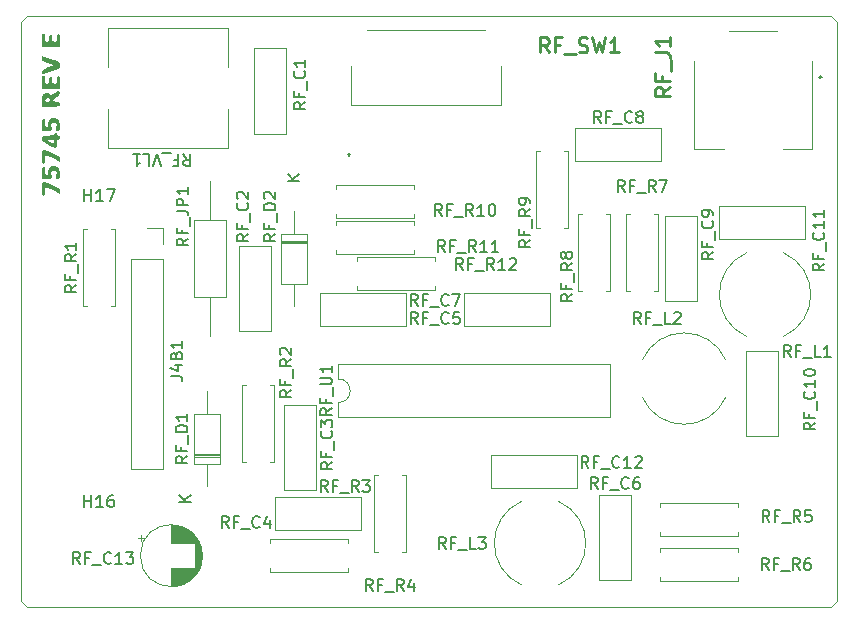
<source format=gbr>
%TF.GenerationSoftware,KiCad,Pcbnew,7.0.11-7.0.11~ubuntu22.04.1*%
%TF.CreationDate,2024-11-08T14:07:25-05:00*%
%TF.ProjectId,sub_rf_mod,7375625f-7266-45f6-9d6f-642e6b696361,rev?*%
%TF.SameCoordinates,Original*%
%TF.FileFunction,Legend,Top*%
%TF.FilePolarity,Positive*%
%FSLAX46Y46*%
G04 Gerber Fmt 4.6, Leading zero omitted, Abs format (unit mm)*
G04 Created by KiCad (PCBNEW 7.0.11-7.0.11~ubuntu22.04.1) date 2024-11-08 14:07:25*
%MOMM*%
%LPD*%
G01*
G04 APERTURE LIST*
%ADD10C,0.150000*%
%ADD11C,0.254000*%
%ADD12C,0.120000*%
%ADD13C,0.100000*%
%ADD14C,0.200000*%
%TA.AperFunction,Profile*%
%ADD15C,0.100000*%
%TD*%
G04 APERTURE END LIST*
D10*
X138630819Y-81740190D02*
X138154628Y-82073523D01*
X138630819Y-82311618D02*
X137630819Y-82311618D01*
X137630819Y-82311618D02*
X137630819Y-81930666D01*
X137630819Y-81930666D02*
X137678438Y-81835428D01*
X137678438Y-81835428D02*
X137726057Y-81787809D01*
X137726057Y-81787809D02*
X137821295Y-81740190D01*
X137821295Y-81740190D02*
X137964152Y-81740190D01*
X137964152Y-81740190D02*
X138059390Y-81787809D01*
X138059390Y-81787809D02*
X138107009Y-81835428D01*
X138107009Y-81835428D02*
X138154628Y-81930666D01*
X138154628Y-81930666D02*
X138154628Y-82311618D01*
X138107009Y-80978285D02*
X138107009Y-81311618D01*
X138630819Y-81311618D02*
X137630819Y-81311618D01*
X137630819Y-81311618D02*
X137630819Y-80835428D01*
X138726057Y-80692571D02*
X138726057Y-79930666D01*
X138630819Y-79692570D02*
X137630819Y-79692570D01*
X137630819Y-79692570D02*
X137630819Y-79454475D01*
X137630819Y-79454475D02*
X137678438Y-79311618D01*
X137678438Y-79311618D02*
X137773676Y-79216380D01*
X137773676Y-79216380D02*
X137868914Y-79168761D01*
X137868914Y-79168761D02*
X138059390Y-79121142D01*
X138059390Y-79121142D02*
X138202247Y-79121142D01*
X138202247Y-79121142D02*
X138392723Y-79168761D01*
X138392723Y-79168761D02*
X138487961Y-79216380D01*
X138487961Y-79216380D02*
X138583200Y-79311618D01*
X138583200Y-79311618D02*
X138630819Y-79454475D01*
X138630819Y-79454475D02*
X138630819Y-79692570D01*
X137726057Y-78740189D02*
X137678438Y-78692570D01*
X137678438Y-78692570D02*
X137630819Y-78597332D01*
X137630819Y-78597332D02*
X137630819Y-78359237D01*
X137630819Y-78359237D02*
X137678438Y-78263999D01*
X137678438Y-78263999D02*
X137726057Y-78216380D01*
X137726057Y-78216380D02*
X137821295Y-78168761D01*
X137821295Y-78168761D02*
X137916533Y-78168761D01*
X137916533Y-78168761D02*
X138059390Y-78216380D01*
X138059390Y-78216380D02*
X138630819Y-78787808D01*
X138630819Y-78787808D02*
X138630819Y-78168761D01*
X140662819Y-77223904D02*
X139662819Y-77223904D01*
X140662819Y-76652476D02*
X140091390Y-77081047D01*
X139662819Y-76652476D02*
X140234247Y-77223904D01*
X175714819Y-83264190D02*
X175238628Y-83597523D01*
X175714819Y-83835618D02*
X174714819Y-83835618D01*
X174714819Y-83835618D02*
X174714819Y-83454666D01*
X174714819Y-83454666D02*
X174762438Y-83359428D01*
X174762438Y-83359428D02*
X174810057Y-83311809D01*
X174810057Y-83311809D02*
X174905295Y-83264190D01*
X174905295Y-83264190D02*
X175048152Y-83264190D01*
X175048152Y-83264190D02*
X175143390Y-83311809D01*
X175143390Y-83311809D02*
X175191009Y-83359428D01*
X175191009Y-83359428D02*
X175238628Y-83454666D01*
X175238628Y-83454666D02*
X175238628Y-83835618D01*
X175191009Y-82502285D02*
X175191009Y-82835618D01*
X175714819Y-82835618D02*
X174714819Y-82835618D01*
X174714819Y-82835618D02*
X174714819Y-82359428D01*
X175810057Y-82216571D02*
X175810057Y-81454666D01*
X175619580Y-80645142D02*
X175667200Y-80692761D01*
X175667200Y-80692761D02*
X175714819Y-80835618D01*
X175714819Y-80835618D02*
X175714819Y-80930856D01*
X175714819Y-80930856D02*
X175667200Y-81073713D01*
X175667200Y-81073713D02*
X175571961Y-81168951D01*
X175571961Y-81168951D02*
X175476723Y-81216570D01*
X175476723Y-81216570D02*
X175286247Y-81264189D01*
X175286247Y-81264189D02*
X175143390Y-81264189D01*
X175143390Y-81264189D02*
X174952914Y-81216570D01*
X174952914Y-81216570D02*
X174857676Y-81168951D01*
X174857676Y-81168951D02*
X174762438Y-81073713D01*
X174762438Y-81073713D02*
X174714819Y-80930856D01*
X174714819Y-80930856D02*
X174714819Y-80835618D01*
X174714819Y-80835618D02*
X174762438Y-80692761D01*
X174762438Y-80692761D02*
X174810057Y-80645142D01*
X175714819Y-80168951D02*
X175714819Y-79978475D01*
X175714819Y-79978475D02*
X175667200Y-79883237D01*
X175667200Y-79883237D02*
X175619580Y-79835618D01*
X175619580Y-79835618D02*
X175476723Y-79740380D01*
X175476723Y-79740380D02*
X175286247Y-79692761D01*
X175286247Y-79692761D02*
X174905295Y-79692761D01*
X174905295Y-79692761D02*
X174810057Y-79740380D01*
X174810057Y-79740380D02*
X174762438Y-79787999D01*
X174762438Y-79787999D02*
X174714819Y-79883237D01*
X174714819Y-79883237D02*
X174714819Y-80073713D01*
X174714819Y-80073713D02*
X174762438Y-80168951D01*
X174762438Y-80168951D02*
X174810057Y-80216570D01*
X174810057Y-80216570D02*
X174905295Y-80264189D01*
X174905295Y-80264189D02*
X175143390Y-80264189D01*
X175143390Y-80264189D02*
X175238628Y-80216570D01*
X175238628Y-80216570D02*
X175286247Y-80168951D01*
X175286247Y-80168951D02*
X175333866Y-80073713D01*
X175333866Y-80073713D02*
X175333866Y-79883237D01*
X175333866Y-79883237D02*
X175286247Y-79787999D01*
X175286247Y-79787999D02*
X175238628Y-79740380D01*
X175238628Y-79740380D02*
X175143390Y-79692761D01*
X122089394Y-109674819D02*
X121756061Y-109198628D01*
X121517966Y-109674819D02*
X121517966Y-108674819D01*
X121517966Y-108674819D02*
X121898918Y-108674819D01*
X121898918Y-108674819D02*
X121994156Y-108722438D01*
X121994156Y-108722438D02*
X122041775Y-108770057D01*
X122041775Y-108770057D02*
X122089394Y-108865295D01*
X122089394Y-108865295D02*
X122089394Y-109008152D01*
X122089394Y-109008152D02*
X122041775Y-109103390D01*
X122041775Y-109103390D02*
X121994156Y-109151009D01*
X121994156Y-109151009D02*
X121898918Y-109198628D01*
X121898918Y-109198628D02*
X121517966Y-109198628D01*
X122851299Y-109151009D02*
X122517966Y-109151009D01*
X122517966Y-109674819D02*
X122517966Y-108674819D01*
X122517966Y-108674819D02*
X122994156Y-108674819D01*
X123137014Y-109770057D02*
X123898918Y-109770057D01*
X124708442Y-109579580D02*
X124660823Y-109627200D01*
X124660823Y-109627200D02*
X124517966Y-109674819D01*
X124517966Y-109674819D02*
X124422728Y-109674819D01*
X124422728Y-109674819D02*
X124279871Y-109627200D01*
X124279871Y-109627200D02*
X124184633Y-109531961D01*
X124184633Y-109531961D02*
X124137014Y-109436723D01*
X124137014Y-109436723D02*
X124089395Y-109246247D01*
X124089395Y-109246247D02*
X124089395Y-109103390D01*
X124089395Y-109103390D02*
X124137014Y-108912914D01*
X124137014Y-108912914D02*
X124184633Y-108817676D01*
X124184633Y-108817676D02*
X124279871Y-108722438D01*
X124279871Y-108722438D02*
X124422728Y-108674819D01*
X124422728Y-108674819D02*
X124517966Y-108674819D01*
X124517966Y-108674819D02*
X124660823Y-108722438D01*
X124660823Y-108722438D02*
X124708442Y-108770057D01*
X125660823Y-109674819D02*
X125089395Y-109674819D01*
X125375109Y-109674819D02*
X125375109Y-108674819D01*
X125375109Y-108674819D02*
X125279871Y-108817676D01*
X125279871Y-108817676D02*
X125184633Y-108912914D01*
X125184633Y-108912914D02*
X125089395Y-108960533D01*
X125994157Y-108674819D02*
X126613204Y-108674819D01*
X126613204Y-108674819D02*
X126279871Y-109055771D01*
X126279871Y-109055771D02*
X126422728Y-109055771D01*
X126422728Y-109055771D02*
X126517966Y-109103390D01*
X126517966Y-109103390D02*
X126565585Y-109151009D01*
X126565585Y-109151009D02*
X126613204Y-109246247D01*
X126613204Y-109246247D02*
X126613204Y-109484342D01*
X126613204Y-109484342D02*
X126565585Y-109579580D01*
X126565585Y-109579580D02*
X126517966Y-109627200D01*
X126517966Y-109627200D02*
X126422728Y-109674819D01*
X126422728Y-109674819D02*
X126137014Y-109674819D01*
X126137014Y-109674819D02*
X126041776Y-109627200D01*
X126041776Y-109627200D02*
X125994157Y-109579580D01*
X143456819Y-101044190D02*
X142980628Y-101377523D01*
X143456819Y-101615618D02*
X142456819Y-101615618D01*
X142456819Y-101615618D02*
X142456819Y-101234666D01*
X142456819Y-101234666D02*
X142504438Y-101139428D01*
X142504438Y-101139428D02*
X142552057Y-101091809D01*
X142552057Y-101091809D02*
X142647295Y-101044190D01*
X142647295Y-101044190D02*
X142790152Y-101044190D01*
X142790152Y-101044190D02*
X142885390Y-101091809D01*
X142885390Y-101091809D02*
X142933009Y-101139428D01*
X142933009Y-101139428D02*
X142980628Y-101234666D01*
X142980628Y-101234666D02*
X142980628Y-101615618D01*
X142933009Y-100282285D02*
X142933009Y-100615618D01*
X143456819Y-100615618D02*
X142456819Y-100615618D01*
X142456819Y-100615618D02*
X142456819Y-100139428D01*
X143552057Y-99996571D02*
X143552057Y-99234666D01*
X143361580Y-98425142D02*
X143409200Y-98472761D01*
X143409200Y-98472761D02*
X143456819Y-98615618D01*
X143456819Y-98615618D02*
X143456819Y-98710856D01*
X143456819Y-98710856D02*
X143409200Y-98853713D01*
X143409200Y-98853713D02*
X143313961Y-98948951D01*
X143313961Y-98948951D02*
X143218723Y-98996570D01*
X143218723Y-98996570D02*
X143028247Y-99044189D01*
X143028247Y-99044189D02*
X142885390Y-99044189D01*
X142885390Y-99044189D02*
X142694914Y-98996570D01*
X142694914Y-98996570D02*
X142599676Y-98948951D01*
X142599676Y-98948951D02*
X142504438Y-98853713D01*
X142504438Y-98853713D02*
X142456819Y-98710856D01*
X142456819Y-98710856D02*
X142456819Y-98615618D01*
X142456819Y-98615618D02*
X142504438Y-98472761D01*
X142504438Y-98472761D02*
X142552057Y-98425142D01*
X142456819Y-98091808D02*
X142456819Y-97472761D01*
X142456819Y-97472761D02*
X142837771Y-97806094D01*
X142837771Y-97806094D02*
X142837771Y-97663237D01*
X142837771Y-97663237D02*
X142885390Y-97567999D01*
X142885390Y-97567999D02*
X142933009Y-97520380D01*
X142933009Y-97520380D02*
X143028247Y-97472761D01*
X143028247Y-97472761D02*
X143266342Y-97472761D01*
X143266342Y-97472761D02*
X143361580Y-97520380D01*
X143361580Y-97520380D02*
X143409200Y-97567999D01*
X143409200Y-97567999D02*
X143456819Y-97663237D01*
X143456819Y-97663237D02*
X143456819Y-97948951D01*
X143456819Y-97948951D02*
X143409200Y-98044189D01*
X143409200Y-98044189D02*
X143361580Y-98091808D01*
X131264819Y-82121143D02*
X130788628Y-82454476D01*
X131264819Y-82692571D02*
X130264819Y-82692571D01*
X130264819Y-82692571D02*
X130264819Y-82311619D01*
X130264819Y-82311619D02*
X130312438Y-82216381D01*
X130312438Y-82216381D02*
X130360057Y-82168762D01*
X130360057Y-82168762D02*
X130455295Y-82121143D01*
X130455295Y-82121143D02*
X130598152Y-82121143D01*
X130598152Y-82121143D02*
X130693390Y-82168762D01*
X130693390Y-82168762D02*
X130741009Y-82216381D01*
X130741009Y-82216381D02*
X130788628Y-82311619D01*
X130788628Y-82311619D02*
X130788628Y-82692571D01*
X130741009Y-81359238D02*
X130741009Y-81692571D01*
X131264819Y-81692571D02*
X130264819Y-81692571D01*
X130264819Y-81692571D02*
X130264819Y-81216381D01*
X131360057Y-81073524D02*
X131360057Y-80311619D01*
X130264819Y-79787809D02*
X130979104Y-79787809D01*
X130979104Y-79787809D02*
X131121961Y-79835428D01*
X131121961Y-79835428D02*
X131217200Y-79930666D01*
X131217200Y-79930666D02*
X131264819Y-80073523D01*
X131264819Y-80073523D02*
X131264819Y-80168761D01*
X131264819Y-79311618D02*
X130264819Y-79311618D01*
X130264819Y-79311618D02*
X130264819Y-78930666D01*
X130264819Y-78930666D02*
X130312438Y-78835428D01*
X130312438Y-78835428D02*
X130360057Y-78787809D01*
X130360057Y-78787809D02*
X130455295Y-78740190D01*
X130455295Y-78740190D02*
X130598152Y-78740190D01*
X130598152Y-78740190D02*
X130693390Y-78787809D01*
X130693390Y-78787809D02*
X130741009Y-78835428D01*
X130741009Y-78835428D02*
X130788628Y-78930666D01*
X130788628Y-78930666D02*
X130788628Y-79311618D01*
X131264819Y-77787809D02*
X131264819Y-78359237D01*
X131264819Y-78073523D02*
X130264819Y-78073523D01*
X130264819Y-78073523D02*
X130407676Y-78168761D01*
X130407676Y-78168761D02*
X130502914Y-78263999D01*
X130502914Y-78263999D02*
X130550533Y-78359237D01*
X152733618Y-80210819D02*
X152400285Y-79734628D01*
X152162190Y-80210819D02*
X152162190Y-79210819D01*
X152162190Y-79210819D02*
X152543142Y-79210819D01*
X152543142Y-79210819D02*
X152638380Y-79258438D01*
X152638380Y-79258438D02*
X152685999Y-79306057D01*
X152685999Y-79306057D02*
X152733618Y-79401295D01*
X152733618Y-79401295D02*
X152733618Y-79544152D01*
X152733618Y-79544152D02*
X152685999Y-79639390D01*
X152685999Y-79639390D02*
X152638380Y-79687009D01*
X152638380Y-79687009D02*
X152543142Y-79734628D01*
X152543142Y-79734628D02*
X152162190Y-79734628D01*
X153495523Y-79687009D02*
X153162190Y-79687009D01*
X153162190Y-80210819D02*
X153162190Y-79210819D01*
X153162190Y-79210819D02*
X153638380Y-79210819D01*
X153781238Y-80306057D02*
X154543142Y-80306057D01*
X155352666Y-80210819D02*
X155019333Y-79734628D01*
X154781238Y-80210819D02*
X154781238Y-79210819D01*
X154781238Y-79210819D02*
X155162190Y-79210819D01*
X155162190Y-79210819D02*
X155257428Y-79258438D01*
X155257428Y-79258438D02*
X155305047Y-79306057D01*
X155305047Y-79306057D02*
X155352666Y-79401295D01*
X155352666Y-79401295D02*
X155352666Y-79544152D01*
X155352666Y-79544152D02*
X155305047Y-79639390D01*
X155305047Y-79639390D02*
X155257428Y-79687009D01*
X155257428Y-79687009D02*
X155162190Y-79734628D01*
X155162190Y-79734628D02*
X154781238Y-79734628D01*
X156305047Y-80210819D02*
X155733619Y-80210819D01*
X156019333Y-80210819D02*
X156019333Y-79210819D01*
X156019333Y-79210819D02*
X155924095Y-79353676D01*
X155924095Y-79353676D02*
X155828857Y-79448914D01*
X155828857Y-79448914D02*
X155733619Y-79496533D01*
X156924095Y-79210819D02*
X157019333Y-79210819D01*
X157019333Y-79210819D02*
X157114571Y-79258438D01*
X157114571Y-79258438D02*
X157162190Y-79306057D01*
X157162190Y-79306057D02*
X157209809Y-79401295D01*
X157209809Y-79401295D02*
X157257428Y-79591771D01*
X157257428Y-79591771D02*
X157257428Y-79829866D01*
X157257428Y-79829866D02*
X157209809Y-80020342D01*
X157209809Y-80020342D02*
X157162190Y-80115580D01*
X157162190Y-80115580D02*
X157114571Y-80163200D01*
X157114571Y-80163200D02*
X157019333Y-80210819D01*
X157019333Y-80210819D02*
X156924095Y-80210819D01*
X156924095Y-80210819D02*
X156828857Y-80163200D01*
X156828857Y-80163200D02*
X156781238Y-80115580D01*
X156781238Y-80115580D02*
X156733619Y-80020342D01*
X156733619Y-80020342D02*
X156686000Y-79829866D01*
X156686000Y-79829866D02*
X156686000Y-79591771D01*
X156686000Y-79591771D02*
X156733619Y-79401295D01*
X156733619Y-79401295D02*
X156781238Y-79306057D01*
X156781238Y-79306057D02*
X156828857Y-79258438D01*
X156828857Y-79258438D02*
X156924095Y-79210819D01*
X129756819Y-93765523D02*
X130471104Y-93765523D01*
X130471104Y-93765523D02*
X130613961Y-93813142D01*
X130613961Y-93813142D02*
X130709200Y-93908380D01*
X130709200Y-93908380D02*
X130756819Y-94051237D01*
X130756819Y-94051237D02*
X130756819Y-94146475D01*
X130090152Y-92860761D02*
X130756819Y-92860761D01*
X129709200Y-93098856D02*
X130423485Y-93336951D01*
X130423485Y-93336951D02*
X130423485Y-92717904D01*
X130233009Y-92003618D02*
X130280628Y-91860761D01*
X130280628Y-91860761D02*
X130328247Y-91813142D01*
X130328247Y-91813142D02*
X130423485Y-91765523D01*
X130423485Y-91765523D02*
X130566342Y-91765523D01*
X130566342Y-91765523D02*
X130661580Y-91813142D01*
X130661580Y-91813142D02*
X130709200Y-91860761D01*
X130709200Y-91860761D02*
X130756819Y-91955999D01*
X130756819Y-91955999D02*
X130756819Y-92336951D01*
X130756819Y-92336951D02*
X129756819Y-92336951D01*
X129756819Y-92336951D02*
X129756819Y-92003618D01*
X129756819Y-92003618D02*
X129804438Y-91908380D01*
X129804438Y-91908380D02*
X129852057Y-91860761D01*
X129852057Y-91860761D02*
X129947295Y-91813142D01*
X129947295Y-91813142D02*
X130042533Y-91813142D01*
X130042533Y-91813142D02*
X130137771Y-91860761D01*
X130137771Y-91860761D02*
X130185390Y-91908380D01*
X130185390Y-91908380D02*
X130233009Y-92003618D01*
X130233009Y-92003618D02*
X130233009Y-92336951D01*
X130756819Y-90813142D02*
X130756819Y-91384570D01*
X130756819Y-91098856D02*
X129756819Y-91098856D01*
X129756819Y-91098856D02*
X129899676Y-91194094D01*
X129899676Y-91194094D02*
X129994914Y-91289332D01*
X129994914Y-91289332D02*
X130042533Y-91384570D01*
X136344819Y-81740190D02*
X135868628Y-82073523D01*
X136344819Y-82311618D02*
X135344819Y-82311618D01*
X135344819Y-82311618D02*
X135344819Y-81930666D01*
X135344819Y-81930666D02*
X135392438Y-81835428D01*
X135392438Y-81835428D02*
X135440057Y-81787809D01*
X135440057Y-81787809D02*
X135535295Y-81740190D01*
X135535295Y-81740190D02*
X135678152Y-81740190D01*
X135678152Y-81740190D02*
X135773390Y-81787809D01*
X135773390Y-81787809D02*
X135821009Y-81835428D01*
X135821009Y-81835428D02*
X135868628Y-81930666D01*
X135868628Y-81930666D02*
X135868628Y-82311618D01*
X135821009Y-80978285D02*
X135821009Y-81311618D01*
X136344819Y-81311618D02*
X135344819Y-81311618D01*
X135344819Y-81311618D02*
X135344819Y-80835428D01*
X136440057Y-80692571D02*
X136440057Y-79930666D01*
X136249580Y-79121142D02*
X136297200Y-79168761D01*
X136297200Y-79168761D02*
X136344819Y-79311618D01*
X136344819Y-79311618D02*
X136344819Y-79406856D01*
X136344819Y-79406856D02*
X136297200Y-79549713D01*
X136297200Y-79549713D02*
X136201961Y-79644951D01*
X136201961Y-79644951D02*
X136106723Y-79692570D01*
X136106723Y-79692570D02*
X135916247Y-79740189D01*
X135916247Y-79740189D02*
X135773390Y-79740189D01*
X135773390Y-79740189D02*
X135582914Y-79692570D01*
X135582914Y-79692570D02*
X135487676Y-79644951D01*
X135487676Y-79644951D02*
X135392438Y-79549713D01*
X135392438Y-79549713D02*
X135344819Y-79406856D01*
X135344819Y-79406856D02*
X135344819Y-79311618D01*
X135344819Y-79311618D02*
X135392438Y-79168761D01*
X135392438Y-79168761D02*
X135440057Y-79121142D01*
X135440057Y-78740189D02*
X135392438Y-78692570D01*
X135392438Y-78692570D02*
X135344819Y-78597332D01*
X135344819Y-78597332D02*
X135344819Y-78359237D01*
X135344819Y-78359237D02*
X135392438Y-78263999D01*
X135392438Y-78263999D02*
X135440057Y-78216380D01*
X135440057Y-78216380D02*
X135535295Y-78168761D01*
X135535295Y-78168761D02*
X135630533Y-78168761D01*
X135630533Y-78168761D02*
X135773390Y-78216380D01*
X135773390Y-78216380D02*
X136344819Y-78787808D01*
X136344819Y-78787808D02*
X136344819Y-78168761D01*
X180387809Y-110182819D02*
X180054476Y-109706628D01*
X179816381Y-110182819D02*
X179816381Y-109182819D01*
X179816381Y-109182819D02*
X180197333Y-109182819D01*
X180197333Y-109182819D02*
X180292571Y-109230438D01*
X180292571Y-109230438D02*
X180340190Y-109278057D01*
X180340190Y-109278057D02*
X180387809Y-109373295D01*
X180387809Y-109373295D02*
X180387809Y-109516152D01*
X180387809Y-109516152D02*
X180340190Y-109611390D01*
X180340190Y-109611390D02*
X180292571Y-109659009D01*
X180292571Y-109659009D02*
X180197333Y-109706628D01*
X180197333Y-109706628D02*
X179816381Y-109706628D01*
X181149714Y-109659009D02*
X180816381Y-109659009D01*
X180816381Y-110182819D02*
X180816381Y-109182819D01*
X180816381Y-109182819D02*
X181292571Y-109182819D01*
X181435429Y-110278057D02*
X182197333Y-110278057D01*
X183006857Y-110182819D02*
X182673524Y-109706628D01*
X182435429Y-110182819D02*
X182435429Y-109182819D01*
X182435429Y-109182819D02*
X182816381Y-109182819D01*
X182816381Y-109182819D02*
X182911619Y-109230438D01*
X182911619Y-109230438D02*
X182959238Y-109278057D01*
X182959238Y-109278057D02*
X183006857Y-109373295D01*
X183006857Y-109373295D02*
X183006857Y-109516152D01*
X183006857Y-109516152D02*
X182959238Y-109611390D01*
X182959238Y-109611390D02*
X182911619Y-109659009D01*
X182911619Y-109659009D02*
X182816381Y-109706628D01*
X182816381Y-109706628D02*
X182435429Y-109706628D01*
X183864000Y-109182819D02*
X183673524Y-109182819D01*
X183673524Y-109182819D02*
X183578286Y-109230438D01*
X183578286Y-109230438D02*
X183530667Y-109278057D01*
X183530667Y-109278057D02*
X183435429Y-109420914D01*
X183435429Y-109420914D02*
X183387810Y-109611390D01*
X183387810Y-109611390D02*
X183387810Y-109992342D01*
X183387810Y-109992342D02*
X183435429Y-110087580D01*
X183435429Y-110087580D02*
X183483048Y-110135200D01*
X183483048Y-110135200D02*
X183578286Y-110182819D01*
X183578286Y-110182819D02*
X183768762Y-110182819D01*
X183768762Y-110182819D02*
X183864000Y-110135200D01*
X183864000Y-110135200D02*
X183911619Y-110087580D01*
X183911619Y-110087580D02*
X183959238Y-109992342D01*
X183959238Y-109992342D02*
X183959238Y-109754247D01*
X183959238Y-109754247D02*
X183911619Y-109659009D01*
X183911619Y-109659009D02*
X183864000Y-109611390D01*
X183864000Y-109611390D02*
X183768762Y-109563771D01*
X183768762Y-109563771D02*
X183578286Y-109563771D01*
X183578286Y-109563771D02*
X183483048Y-109611390D01*
X183483048Y-109611390D02*
X183435429Y-109659009D01*
X183435429Y-109659009D02*
X183387810Y-109754247D01*
X184350819Y-97710381D02*
X183874628Y-98043714D01*
X184350819Y-98281809D02*
X183350819Y-98281809D01*
X183350819Y-98281809D02*
X183350819Y-97900857D01*
X183350819Y-97900857D02*
X183398438Y-97805619D01*
X183398438Y-97805619D02*
X183446057Y-97758000D01*
X183446057Y-97758000D02*
X183541295Y-97710381D01*
X183541295Y-97710381D02*
X183684152Y-97710381D01*
X183684152Y-97710381D02*
X183779390Y-97758000D01*
X183779390Y-97758000D02*
X183827009Y-97805619D01*
X183827009Y-97805619D02*
X183874628Y-97900857D01*
X183874628Y-97900857D02*
X183874628Y-98281809D01*
X183827009Y-96948476D02*
X183827009Y-97281809D01*
X184350819Y-97281809D02*
X183350819Y-97281809D01*
X183350819Y-97281809D02*
X183350819Y-96805619D01*
X184446057Y-96662762D02*
X184446057Y-95900857D01*
X184255580Y-95091333D02*
X184303200Y-95138952D01*
X184303200Y-95138952D02*
X184350819Y-95281809D01*
X184350819Y-95281809D02*
X184350819Y-95377047D01*
X184350819Y-95377047D02*
X184303200Y-95519904D01*
X184303200Y-95519904D02*
X184207961Y-95615142D01*
X184207961Y-95615142D02*
X184112723Y-95662761D01*
X184112723Y-95662761D02*
X183922247Y-95710380D01*
X183922247Y-95710380D02*
X183779390Y-95710380D01*
X183779390Y-95710380D02*
X183588914Y-95662761D01*
X183588914Y-95662761D02*
X183493676Y-95615142D01*
X183493676Y-95615142D02*
X183398438Y-95519904D01*
X183398438Y-95519904D02*
X183350819Y-95377047D01*
X183350819Y-95377047D02*
X183350819Y-95281809D01*
X183350819Y-95281809D02*
X183398438Y-95138952D01*
X183398438Y-95138952D02*
X183446057Y-95091333D01*
X184350819Y-94138952D02*
X184350819Y-94710380D01*
X184350819Y-94424666D02*
X183350819Y-94424666D01*
X183350819Y-94424666D02*
X183493676Y-94519904D01*
X183493676Y-94519904D02*
X183588914Y-94615142D01*
X183588914Y-94615142D02*
X183636533Y-94710380D01*
X183350819Y-93519904D02*
X183350819Y-93424666D01*
X183350819Y-93424666D02*
X183398438Y-93329428D01*
X183398438Y-93329428D02*
X183446057Y-93281809D01*
X183446057Y-93281809D02*
X183541295Y-93234190D01*
X183541295Y-93234190D02*
X183731771Y-93186571D01*
X183731771Y-93186571D02*
X183969866Y-93186571D01*
X183969866Y-93186571D02*
X184160342Y-93234190D01*
X184160342Y-93234190D02*
X184255580Y-93281809D01*
X184255580Y-93281809D02*
X184303200Y-93329428D01*
X184303200Y-93329428D02*
X184350819Y-93424666D01*
X184350819Y-93424666D02*
X184350819Y-93519904D01*
X184350819Y-93519904D02*
X184303200Y-93615142D01*
X184303200Y-93615142D02*
X184255580Y-93662761D01*
X184255580Y-93662761D02*
X184160342Y-93710380D01*
X184160342Y-93710380D02*
X183969866Y-93757999D01*
X183969866Y-93757999D02*
X183731771Y-93757999D01*
X183731771Y-93757999D02*
X183541295Y-93710380D01*
X183541295Y-93710380D02*
X183446057Y-93662761D01*
X183446057Y-93662761D02*
X183398438Y-93615142D01*
X183398438Y-93615142D02*
X183350819Y-93519904D01*
X153051047Y-108404819D02*
X152717714Y-107928628D01*
X152479619Y-108404819D02*
X152479619Y-107404819D01*
X152479619Y-107404819D02*
X152860571Y-107404819D01*
X152860571Y-107404819D02*
X152955809Y-107452438D01*
X152955809Y-107452438D02*
X153003428Y-107500057D01*
X153003428Y-107500057D02*
X153051047Y-107595295D01*
X153051047Y-107595295D02*
X153051047Y-107738152D01*
X153051047Y-107738152D02*
X153003428Y-107833390D01*
X153003428Y-107833390D02*
X152955809Y-107881009D01*
X152955809Y-107881009D02*
X152860571Y-107928628D01*
X152860571Y-107928628D02*
X152479619Y-107928628D01*
X153812952Y-107881009D02*
X153479619Y-107881009D01*
X153479619Y-108404819D02*
X153479619Y-107404819D01*
X153479619Y-107404819D02*
X153955809Y-107404819D01*
X154098667Y-108500057D02*
X154860571Y-108500057D01*
X155574857Y-108404819D02*
X155098667Y-108404819D01*
X155098667Y-108404819D02*
X155098667Y-107404819D01*
X155812953Y-107404819D02*
X156432000Y-107404819D01*
X156432000Y-107404819D02*
X156098667Y-107785771D01*
X156098667Y-107785771D02*
X156241524Y-107785771D01*
X156241524Y-107785771D02*
X156336762Y-107833390D01*
X156336762Y-107833390D02*
X156384381Y-107881009D01*
X156384381Y-107881009D02*
X156432000Y-107976247D01*
X156432000Y-107976247D02*
X156432000Y-108214342D01*
X156432000Y-108214342D02*
X156384381Y-108309580D01*
X156384381Y-108309580D02*
X156336762Y-108357200D01*
X156336762Y-108357200D02*
X156241524Y-108404819D01*
X156241524Y-108404819D02*
X155955810Y-108404819D01*
X155955810Y-108404819D02*
X155860572Y-108357200D01*
X155860572Y-108357200D02*
X155812953Y-108309580D01*
X122459905Y-78940819D02*
X122459905Y-77940819D01*
X122459905Y-78417009D02*
X123031333Y-78417009D01*
X123031333Y-78940819D02*
X123031333Y-77940819D01*
X124031333Y-78940819D02*
X123459905Y-78940819D01*
X123745619Y-78940819D02*
X123745619Y-77940819D01*
X123745619Y-77940819D02*
X123650381Y-78083676D01*
X123650381Y-78083676D02*
X123555143Y-78178914D01*
X123555143Y-78178914D02*
X123459905Y-78226533D01*
X124364667Y-77940819D02*
X125031333Y-77940819D01*
X125031333Y-77940819D02*
X124602762Y-78940819D01*
X143412819Y-96511000D02*
X142936628Y-96844333D01*
X143412819Y-97082428D02*
X142412819Y-97082428D01*
X142412819Y-97082428D02*
X142412819Y-96701476D01*
X142412819Y-96701476D02*
X142460438Y-96606238D01*
X142460438Y-96606238D02*
X142508057Y-96558619D01*
X142508057Y-96558619D02*
X142603295Y-96511000D01*
X142603295Y-96511000D02*
X142746152Y-96511000D01*
X142746152Y-96511000D02*
X142841390Y-96558619D01*
X142841390Y-96558619D02*
X142889009Y-96606238D01*
X142889009Y-96606238D02*
X142936628Y-96701476D01*
X142936628Y-96701476D02*
X142936628Y-97082428D01*
X142889009Y-95749095D02*
X142889009Y-96082428D01*
X143412819Y-96082428D02*
X142412819Y-96082428D01*
X142412819Y-96082428D02*
X142412819Y-95606238D01*
X143508057Y-95463381D02*
X143508057Y-94701476D01*
X142412819Y-94463380D02*
X143222342Y-94463380D01*
X143222342Y-94463380D02*
X143317580Y-94415761D01*
X143317580Y-94415761D02*
X143365200Y-94368142D01*
X143365200Y-94368142D02*
X143412819Y-94272904D01*
X143412819Y-94272904D02*
X143412819Y-94082428D01*
X143412819Y-94082428D02*
X143365200Y-93987190D01*
X143365200Y-93987190D02*
X143317580Y-93939571D01*
X143317580Y-93939571D02*
X143222342Y-93891952D01*
X143222342Y-93891952D02*
X142412819Y-93891952D01*
X143412819Y-92891952D02*
X143412819Y-93463380D01*
X143412819Y-93177666D02*
X142412819Y-93177666D01*
X142412819Y-93177666D02*
X142555676Y-93272904D01*
X142555676Y-93272904D02*
X142650914Y-93368142D01*
X142650914Y-93368142D02*
X142698533Y-93463380D01*
X165139618Y-101546819D02*
X164806285Y-101070628D01*
X164568190Y-101546819D02*
X164568190Y-100546819D01*
X164568190Y-100546819D02*
X164949142Y-100546819D01*
X164949142Y-100546819D02*
X165044380Y-100594438D01*
X165044380Y-100594438D02*
X165091999Y-100642057D01*
X165091999Y-100642057D02*
X165139618Y-100737295D01*
X165139618Y-100737295D02*
X165139618Y-100880152D01*
X165139618Y-100880152D02*
X165091999Y-100975390D01*
X165091999Y-100975390D02*
X165044380Y-101023009D01*
X165044380Y-101023009D02*
X164949142Y-101070628D01*
X164949142Y-101070628D02*
X164568190Y-101070628D01*
X165901523Y-101023009D02*
X165568190Y-101023009D01*
X165568190Y-101546819D02*
X165568190Y-100546819D01*
X165568190Y-100546819D02*
X166044380Y-100546819D01*
X166187238Y-101642057D02*
X166949142Y-101642057D01*
X167758666Y-101451580D02*
X167711047Y-101499200D01*
X167711047Y-101499200D02*
X167568190Y-101546819D01*
X167568190Y-101546819D02*
X167472952Y-101546819D01*
X167472952Y-101546819D02*
X167330095Y-101499200D01*
X167330095Y-101499200D02*
X167234857Y-101403961D01*
X167234857Y-101403961D02*
X167187238Y-101308723D01*
X167187238Y-101308723D02*
X167139619Y-101118247D01*
X167139619Y-101118247D02*
X167139619Y-100975390D01*
X167139619Y-100975390D02*
X167187238Y-100784914D01*
X167187238Y-100784914D02*
X167234857Y-100689676D01*
X167234857Y-100689676D02*
X167330095Y-100594438D01*
X167330095Y-100594438D02*
X167472952Y-100546819D01*
X167472952Y-100546819D02*
X167568190Y-100546819D01*
X167568190Y-100546819D02*
X167711047Y-100594438D01*
X167711047Y-100594438D02*
X167758666Y-100642057D01*
X168711047Y-101546819D02*
X168139619Y-101546819D01*
X168425333Y-101546819D02*
X168425333Y-100546819D01*
X168425333Y-100546819D02*
X168330095Y-100689676D01*
X168330095Y-100689676D02*
X168234857Y-100784914D01*
X168234857Y-100784914D02*
X168139619Y-100832533D01*
X169092000Y-100642057D02*
X169139619Y-100594438D01*
X169139619Y-100594438D02*
X169234857Y-100546819D01*
X169234857Y-100546819D02*
X169472952Y-100546819D01*
X169472952Y-100546819D02*
X169568190Y-100594438D01*
X169568190Y-100594438D02*
X169615809Y-100642057D01*
X169615809Y-100642057D02*
X169663428Y-100737295D01*
X169663428Y-100737295D02*
X169663428Y-100832533D01*
X169663428Y-100832533D02*
X169615809Y-100975390D01*
X169615809Y-100975390D02*
X169044381Y-101546819D01*
X169044381Y-101546819D02*
X169663428Y-101546819D01*
X139984819Y-94948190D02*
X139508628Y-95281523D01*
X139984819Y-95519618D02*
X138984819Y-95519618D01*
X138984819Y-95519618D02*
X138984819Y-95138666D01*
X138984819Y-95138666D02*
X139032438Y-95043428D01*
X139032438Y-95043428D02*
X139080057Y-94995809D01*
X139080057Y-94995809D02*
X139175295Y-94948190D01*
X139175295Y-94948190D02*
X139318152Y-94948190D01*
X139318152Y-94948190D02*
X139413390Y-94995809D01*
X139413390Y-94995809D02*
X139461009Y-95043428D01*
X139461009Y-95043428D02*
X139508628Y-95138666D01*
X139508628Y-95138666D02*
X139508628Y-95519618D01*
X139461009Y-94186285D02*
X139461009Y-94519618D01*
X139984819Y-94519618D02*
X138984819Y-94519618D01*
X138984819Y-94519618D02*
X138984819Y-94043428D01*
X140080057Y-93900571D02*
X140080057Y-93138666D01*
X139984819Y-92329142D02*
X139508628Y-92662475D01*
X139984819Y-92900570D02*
X138984819Y-92900570D01*
X138984819Y-92900570D02*
X138984819Y-92519618D01*
X138984819Y-92519618D02*
X139032438Y-92424380D01*
X139032438Y-92424380D02*
X139080057Y-92376761D01*
X139080057Y-92376761D02*
X139175295Y-92329142D01*
X139175295Y-92329142D02*
X139318152Y-92329142D01*
X139318152Y-92329142D02*
X139413390Y-92376761D01*
X139413390Y-92376761D02*
X139461009Y-92424380D01*
X139461009Y-92424380D02*
X139508628Y-92519618D01*
X139508628Y-92519618D02*
X139508628Y-92900570D01*
X139080057Y-91948189D02*
X139032438Y-91900570D01*
X139032438Y-91900570D02*
X138984819Y-91805332D01*
X138984819Y-91805332D02*
X138984819Y-91567237D01*
X138984819Y-91567237D02*
X139032438Y-91471999D01*
X139032438Y-91471999D02*
X139080057Y-91424380D01*
X139080057Y-91424380D02*
X139175295Y-91376761D01*
X139175295Y-91376761D02*
X139270533Y-91376761D01*
X139270533Y-91376761D02*
X139413390Y-91424380D01*
X139413390Y-91424380D02*
X139984819Y-91995808D01*
X139984819Y-91995808D02*
X139984819Y-91376761D01*
X141170819Y-70564190D02*
X140694628Y-70897523D01*
X141170819Y-71135618D02*
X140170819Y-71135618D01*
X140170819Y-71135618D02*
X140170819Y-70754666D01*
X140170819Y-70754666D02*
X140218438Y-70659428D01*
X140218438Y-70659428D02*
X140266057Y-70611809D01*
X140266057Y-70611809D02*
X140361295Y-70564190D01*
X140361295Y-70564190D02*
X140504152Y-70564190D01*
X140504152Y-70564190D02*
X140599390Y-70611809D01*
X140599390Y-70611809D02*
X140647009Y-70659428D01*
X140647009Y-70659428D02*
X140694628Y-70754666D01*
X140694628Y-70754666D02*
X140694628Y-71135618D01*
X140647009Y-69802285D02*
X140647009Y-70135618D01*
X141170819Y-70135618D02*
X140170819Y-70135618D01*
X140170819Y-70135618D02*
X140170819Y-69659428D01*
X141266057Y-69516571D02*
X141266057Y-68754666D01*
X141075580Y-67945142D02*
X141123200Y-67992761D01*
X141123200Y-67992761D02*
X141170819Y-68135618D01*
X141170819Y-68135618D02*
X141170819Y-68230856D01*
X141170819Y-68230856D02*
X141123200Y-68373713D01*
X141123200Y-68373713D02*
X141027961Y-68468951D01*
X141027961Y-68468951D02*
X140932723Y-68516570D01*
X140932723Y-68516570D02*
X140742247Y-68564189D01*
X140742247Y-68564189D02*
X140599390Y-68564189D01*
X140599390Y-68564189D02*
X140408914Y-68516570D01*
X140408914Y-68516570D02*
X140313676Y-68468951D01*
X140313676Y-68468951D02*
X140218438Y-68373713D01*
X140218438Y-68373713D02*
X140170819Y-68230856D01*
X140170819Y-68230856D02*
X140170819Y-68135618D01*
X140170819Y-68135618D02*
X140218438Y-67992761D01*
X140218438Y-67992761D02*
X140266057Y-67945142D01*
X141170819Y-66992761D02*
X141170819Y-67564189D01*
X141170819Y-67278475D02*
X140170819Y-67278475D01*
X140170819Y-67278475D02*
X140313676Y-67373713D01*
X140313676Y-67373713D02*
X140408914Y-67468951D01*
X140408914Y-67468951D02*
X140456533Y-67564189D01*
X150669809Y-87830819D02*
X150336476Y-87354628D01*
X150098381Y-87830819D02*
X150098381Y-86830819D01*
X150098381Y-86830819D02*
X150479333Y-86830819D01*
X150479333Y-86830819D02*
X150574571Y-86878438D01*
X150574571Y-86878438D02*
X150622190Y-86926057D01*
X150622190Y-86926057D02*
X150669809Y-87021295D01*
X150669809Y-87021295D02*
X150669809Y-87164152D01*
X150669809Y-87164152D02*
X150622190Y-87259390D01*
X150622190Y-87259390D02*
X150574571Y-87307009D01*
X150574571Y-87307009D02*
X150479333Y-87354628D01*
X150479333Y-87354628D02*
X150098381Y-87354628D01*
X151431714Y-87307009D02*
X151098381Y-87307009D01*
X151098381Y-87830819D02*
X151098381Y-86830819D01*
X151098381Y-86830819D02*
X151574571Y-86830819D01*
X151717429Y-87926057D02*
X152479333Y-87926057D01*
X153288857Y-87735580D02*
X153241238Y-87783200D01*
X153241238Y-87783200D02*
X153098381Y-87830819D01*
X153098381Y-87830819D02*
X153003143Y-87830819D01*
X153003143Y-87830819D02*
X152860286Y-87783200D01*
X152860286Y-87783200D02*
X152765048Y-87687961D01*
X152765048Y-87687961D02*
X152717429Y-87592723D01*
X152717429Y-87592723D02*
X152669810Y-87402247D01*
X152669810Y-87402247D02*
X152669810Y-87259390D01*
X152669810Y-87259390D02*
X152717429Y-87068914D01*
X152717429Y-87068914D02*
X152765048Y-86973676D01*
X152765048Y-86973676D02*
X152860286Y-86878438D01*
X152860286Y-86878438D02*
X153003143Y-86830819D01*
X153003143Y-86830819D02*
X153098381Y-86830819D01*
X153098381Y-86830819D02*
X153241238Y-86878438D01*
X153241238Y-86878438D02*
X153288857Y-86926057D01*
X153622191Y-86830819D02*
X154288857Y-86830819D01*
X154288857Y-86830819D02*
X153860286Y-87830819D01*
X160220819Y-82248190D02*
X159744628Y-82581523D01*
X160220819Y-82819618D02*
X159220819Y-82819618D01*
X159220819Y-82819618D02*
X159220819Y-82438666D01*
X159220819Y-82438666D02*
X159268438Y-82343428D01*
X159268438Y-82343428D02*
X159316057Y-82295809D01*
X159316057Y-82295809D02*
X159411295Y-82248190D01*
X159411295Y-82248190D02*
X159554152Y-82248190D01*
X159554152Y-82248190D02*
X159649390Y-82295809D01*
X159649390Y-82295809D02*
X159697009Y-82343428D01*
X159697009Y-82343428D02*
X159744628Y-82438666D01*
X159744628Y-82438666D02*
X159744628Y-82819618D01*
X159697009Y-81486285D02*
X159697009Y-81819618D01*
X160220819Y-81819618D02*
X159220819Y-81819618D01*
X159220819Y-81819618D02*
X159220819Y-81343428D01*
X160316057Y-81200571D02*
X160316057Y-80438666D01*
X160220819Y-79629142D02*
X159744628Y-79962475D01*
X160220819Y-80200570D02*
X159220819Y-80200570D01*
X159220819Y-80200570D02*
X159220819Y-79819618D01*
X159220819Y-79819618D02*
X159268438Y-79724380D01*
X159268438Y-79724380D02*
X159316057Y-79676761D01*
X159316057Y-79676761D02*
X159411295Y-79629142D01*
X159411295Y-79629142D02*
X159554152Y-79629142D01*
X159554152Y-79629142D02*
X159649390Y-79676761D01*
X159649390Y-79676761D02*
X159697009Y-79724380D01*
X159697009Y-79724380D02*
X159744628Y-79819618D01*
X159744628Y-79819618D02*
X159744628Y-80200570D01*
X160220819Y-79152951D02*
X160220819Y-78962475D01*
X160220819Y-78962475D02*
X160173200Y-78867237D01*
X160173200Y-78867237D02*
X160125580Y-78819618D01*
X160125580Y-78819618D02*
X159982723Y-78724380D01*
X159982723Y-78724380D02*
X159792247Y-78676761D01*
X159792247Y-78676761D02*
X159411295Y-78676761D01*
X159411295Y-78676761D02*
X159316057Y-78724380D01*
X159316057Y-78724380D02*
X159268438Y-78771999D01*
X159268438Y-78771999D02*
X159220819Y-78867237D01*
X159220819Y-78867237D02*
X159220819Y-79057713D01*
X159220819Y-79057713D02*
X159268438Y-79152951D01*
X159268438Y-79152951D02*
X159316057Y-79200570D01*
X159316057Y-79200570D02*
X159411295Y-79248189D01*
X159411295Y-79248189D02*
X159649390Y-79248189D01*
X159649390Y-79248189D02*
X159744628Y-79200570D01*
X159744628Y-79200570D02*
X159792247Y-79152951D01*
X159792247Y-79152951D02*
X159839866Y-79057713D01*
X159839866Y-79057713D02*
X159839866Y-78867237D01*
X159839866Y-78867237D02*
X159792247Y-78771999D01*
X159792247Y-78771999D02*
X159744628Y-78724380D01*
X159744628Y-78724380D02*
X159649390Y-78676761D01*
D11*
X161767762Y-66360318D02*
X161344428Y-65755556D01*
X161042047Y-66360318D02*
X161042047Y-65090318D01*
X161042047Y-65090318D02*
X161525857Y-65090318D01*
X161525857Y-65090318D02*
X161646809Y-65150794D01*
X161646809Y-65150794D02*
X161707286Y-65211270D01*
X161707286Y-65211270D02*
X161767762Y-65332222D01*
X161767762Y-65332222D02*
X161767762Y-65513651D01*
X161767762Y-65513651D02*
X161707286Y-65634603D01*
X161707286Y-65634603D02*
X161646809Y-65695080D01*
X161646809Y-65695080D02*
X161525857Y-65755556D01*
X161525857Y-65755556D02*
X161042047Y-65755556D01*
X162735381Y-65695080D02*
X162312047Y-65695080D01*
X162312047Y-66360318D02*
X162312047Y-65090318D01*
X162312047Y-65090318D02*
X162916809Y-65090318D01*
X163098238Y-66481270D02*
X164065857Y-66481270D01*
X164307761Y-66299842D02*
X164489190Y-66360318D01*
X164489190Y-66360318D02*
X164791571Y-66360318D01*
X164791571Y-66360318D02*
X164912523Y-66299842D01*
X164912523Y-66299842D02*
X164972999Y-66239365D01*
X164972999Y-66239365D02*
X165033476Y-66118413D01*
X165033476Y-66118413D02*
X165033476Y-65997461D01*
X165033476Y-65997461D02*
X164972999Y-65876508D01*
X164972999Y-65876508D02*
X164912523Y-65816032D01*
X164912523Y-65816032D02*
X164791571Y-65755556D01*
X164791571Y-65755556D02*
X164549666Y-65695080D01*
X164549666Y-65695080D02*
X164428714Y-65634603D01*
X164428714Y-65634603D02*
X164368237Y-65574127D01*
X164368237Y-65574127D02*
X164307761Y-65453175D01*
X164307761Y-65453175D02*
X164307761Y-65332222D01*
X164307761Y-65332222D02*
X164368237Y-65211270D01*
X164368237Y-65211270D02*
X164428714Y-65150794D01*
X164428714Y-65150794D02*
X164549666Y-65090318D01*
X164549666Y-65090318D02*
X164852047Y-65090318D01*
X164852047Y-65090318D02*
X165033476Y-65150794D01*
X165456809Y-65090318D02*
X165759190Y-66360318D01*
X165759190Y-66360318D02*
X166001095Y-65453175D01*
X166001095Y-65453175D02*
X166243000Y-66360318D01*
X166243000Y-66360318D02*
X166545381Y-65090318D01*
X167694429Y-66360318D02*
X166968714Y-66360318D01*
X167331571Y-66360318D02*
X167331571Y-65090318D01*
X167331571Y-65090318D02*
X167210619Y-65271746D01*
X167210619Y-65271746D02*
X167089667Y-65392699D01*
X167089667Y-65392699D02*
X166968714Y-65453175D01*
X172024318Y-69287570D02*
X171419556Y-69710904D01*
X172024318Y-70013285D02*
X170754318Y-70013285D01*
X170754318Y-70013285D02*
X170754318Y-69529475D01*
X170754318Y-69529475D02*
X170814794Y-69408523D01*
X170814794Y-69408523D02*
X170875270Y-69348046D01*
X170875270Y-69348046D02*
X170996222Y-69287570D01*
X170996222Y-69287570D02*
X171177651Y-69287570D01*
X171177651Y-69287570D02*
X171298603Y-69348046D01*
X171298603Y-69348046D02*
X171359080Y-69408523D01*
X171359080Y-69408523D02*
X171419556Y-69529475D01*
X171419556Y-69529475D02*
X171419556Y-70013285D01*
X171359080Y-68319951D02*
X171359080Y-68743285D01*
X172024318Y-68743285D02*
X170754318Y-68743285D01*
X170754318Y-68743285D02*
X170754318Y-68138523D01*
X172145270Y-67957095D02*
X172145270Y-66989475D01*
X170754318Y-66324237D02*
X171661461Y-66324237D01*
X171661461Y-66324237D02*
X171842889Y-66384714D01*
X171842889Y-66384714D02*
X171963842Y-66505666D01*
X171963842Y-66505666D02*
X172024318Y-66687095D01*
X172024318Y-66687095D02*
X172024318Y-66808047D01*
X172024318Y-65054237D02*
X172024318Y-65779952D01*
X172024318Y-65417095D02*
X170754318Y-65417095D01*
X170754318Y-65417095D02*
X170935746Y-65538047D01*
X170935746Y-65538047D02*
X171056699Y-65658999D01*
X171056699Y-65658999D02*
X171117175Y-65779952D01*
D10*
X122459905Y-104848819D02*
X122459905Y-103848819D01*
X122459905Y-104325009D02*
X123031333Y-104325009D01*
X123031333Y-104848819D02*
X123031333Y-103848819D01*
X124031333Y-104848819D02*
X123459905Y-104848819D01*
X123745619Y-104848819D02*
X123745619Y-103848819D01*
X123745619Y-103848819D02*
X123650381Y-103991676D01*
X123650381Y-103991676D02*
X123555143Y-104086914D01*
X123555143Y-104086914D02*
X123459905Y-104134533D01*
X124888476Y-103848819D02*
X124698000Y-103848819D01*
X124698000Y-103848819D02*
X124602762Y-103896438D01*
X124602762Y-103896438D02*
X124555143Y-103944057D01*
X124555143Y-103944057D02*
X124459905Y-104086914D01*
X124459905Y-104086914D02*
X124412286Y-104277390D01*
X124412286Y-104277390D02*
X124412286Y-104658342D01*
X124412286Y-104658342D02*
X124459905Y-104753580D01*
X124459905Y-104753580D02*
X124507524Y-104801200D01*
X124507524Y-104801200D02*
X124602762Y-104848819D01*
X124602762Y-104848819D02*
X124793238Y-104848819D01*
X124793238Y-104848819D02*
X124888476Y-104801200D01*
X124888476Y-104801200D02*
X124936095Y-104753580D01*
X124936095Y-104753580D02*
X124983714Y-104658342D01*
X124983714Y-104658342D02*
X124983714Y-104420247D01*
X124983714Y-104420247D02*
X124936095Y-104325009D01*
X124936095Y-104325009D02*
X124888476Y-104277390D01*
X124888476Y-104277390D02*
X124793238Y-104229771D01*
X124793238Y-104229771D02*
X124602762Y-104229771D01*
X124602762Y-104229771D02*
X124507524Y-104277390D01*
X124507524Y-104277390D02*
X124459905Y-104325009D01*
X124459905Y-104325009D02*
X124412286Y-104420247D01*
X180463809Y-106118819D02*
X180130476Y-105642628D01*
X179892381Y-106118819D02*
X179892381Y-105118819D01*
X179892381Y-105118819D02*
X180273333Y-105118819D01*
X180273333Y-105118819D02*
X180368571Y-105166438D01*
X180368571Y-105166438D02*
X180416190Y-105214057D01*
X180416190Y-105214057D02*
X180463809Y-105309295D01*
X180463809Y-105309295D02*
X180463809Y-105452152D01*
X180463809Y-105452152D02*
X180416190Y-105547390D01*
X180416190Y-105547390D02*
X180368571Y-105595009D01*
X180368571Y-105595009D02*
X180273333Y-105642628D01*
X180273333Y-105642628D02*
X179892381Y-105642628D01*
X181225714Y-105595009D02*
X180892381Y-105595009D01*
X180892381Y-106118819D02*
X180892381Y-105118819D01*
X180892381Y-105118819D02*
X181368571Y-105118819D01*
X181511429Y-106214057D02*
X182273333Y-106214057D01*
X183082857Y-106118819D02*
X182749524Y-105642628D01*
X182511429Y-106118819D02*
X182511429Y-105118819D01*
X182511429Y-105118819D02*
X182892381Y-105118819D01*
X182892381Y-105118819D02*
X182987619Y-105166438D01*
X182987619Y-105166438D02*
X183035238Y-105214057D01*
X183035238Y-105214057D02*
X183082857Y-105309295D01*
X183082857Y-105309295D02*
X183082857Y-105452152D01*
X183082857Y-105452152D02*
X183035238Y-105547390D01*
X183035238Y-105547390D02*
X182987619Y-105595009D01*
X182987619Y-105595009D02*
X182892381Y-105642628D01*
X182892381Y-105642628D02*
X182511429Y-105642628D01*
X183987619Y-105118819D02*
X183511429Y-105118819D01*
X183511429Y-105118819D02*
X183463810Y-105595009D01*
X183463810Y-105595009D02*
X183511429Y-105547390D01*
X183511429Y-105547390D02*
X183606667Y-105499771D01*
X183606667Y-105499771D02*
X183844762Y-105499771D01*
X183844762Y-105499771D02*
X183940000Y-105547390D01*
X183940000Y-105547390D02*
X183987619Y-105595009D01*
X183987619Y-105595009D02*
X184035238Y-105690247D01*
X184035238Y-105690247D02*
X184035238Y-105928342D01*
X184035238Y-105928342D02*
X183987619Y-106023580D01*
X183987619Y-106023580D02*
X183940000Y-106071200D01*
X183940000Y-106071200D02*
X183844762Y-106118819D01*
X183844762Y-106118819D02*
X183606667Y-106118819D01*
X183606667Y-106118819D02*
X183511429Y-106071200D01*
X183511429Y-106071200D02*
X183463810Y-106023580D01*
X165909809Y-103324819D02*
X165576476Y-102848628D01*
X165338381Y-103324819D02*
X165338381Y-102324819D01*
X165338381Y-102324819D02*
X165719333Y-102324819D01*
X165719333Y-102324819D02*
X165814571Y-102372438D01*
X165814571Y-102372438D02*
X165862190Y-102420057D01*
X165862190Y-102420057D02*
X165909809Y-102515295D01*
X165909809Y-102515295D02*
X165909809Y-102658152D01*
X165909809Y-102658152D02*
X165862190Y-102753390D01*
X165862190Y-102753390D02*
X165814571Y-102801009D01*
X165814571Y-102801009D02*
X165719333Y-102848628D01*
X165719333Y-102848628D02*
X165338381Y-102848628D01*
X166671714Y-102801009D02*
X166338381Y-102801009D01*
X166338381Y-103324819D02*
X166338381Y-102324819D01*
X166338381Y-102324819D02*
X166814571Y-102324819D01*
X166957429Y-103420057D02*
X167719333Y-103420057D01*
X168528857Y-103229580D02*
X168481238Y-103277200D01*
X168481238Y-103277200D02*
X168338381Y-103324819D01*
X168338381Y-103324819D02*
X168243143Y-103324819D01*
X168243143Y-103324819D02*
X168100286Y-103277200D01*
X168100286Y-103277200D02*
X168005048Y-103181961D01*
X168005048Y-103181961D02*
X167957429Y-103086723D01*
X167957429Y-103086723D02*
X167909810Y-102896247D01*
X167909810Y-102896247D02*
X167909810Y-102753390D01*
X167909810Y-102753390D02*
X167957429Y-102562914D01*
X167957429Y-102562914D02*
X168005048Y-102467676D01*
X168005048Y-102467676D02*
X168100286Y-102372438D01*
X168100286Y-102372438D02*
X168243143Y-102324819D01*
X168243143Y-102324819D02*
X168338381Y-102324819D01*
X168338381Y-102324819D02*
X168481238Y-102372438D01*
X168481238Y-102372438D02*
X168528857Y-102420057D01*
X169386000Y-102324819D02*
X169195524Y-102324819D01*
X169195524Y-102324819D02*
X169100286Y-102372438D01*
X169100286Y-102372438D02*
X169052667Y-102420057D01*
X169052667Y-102420057D02*
X168957429Y-102562914D01*
X168957429Y-102562914D02*
X168909810Y-102753390D01*
X168909810Y-102753390D02*
X168909810Y-103134342D01*
X168909810Y-103134342D02*
X168957429Y-103229580D01*
X168957429Y-103229580D02*
X169005048Y-103277200D01*
X169005048Y-103277200D02*
X169100286Y-103324819D01*
X169100286Y-103324819D02*
X169290762Y-103324819D01*
X169290762Y-103324819D02*
X169386000Y-103277200D01*
X169386000Y-103277200D02*
X169433619Y-103229580D01*
X169433619Y-103229580D02*
X169481238Y-103134342D01*
X169481238Y-103134342D02*
X169481238Y-102896247D01*
X169481238Y-102896247D02*
X169433619Y-102801009D01*
X169433619Y-102801009D02*
X169386000Y-102753390D01*
X169386000Y-102753390D02*
X169290762Y-102705771D01*
X169290762Y-102705771D02*
X169100286Y-102705771D01*
X169100286Y-102705771D02*
X169005048Y-102753390D01*
X169005048Y-102753390D02*
X168957429Y-102801009D01*
X168957429Y-102801009D02*
X168909810Y-102896247D01*
X169561047Y-89354819D02*
X169227714Y-88878628D01*
X168989619Y-89354819D02*
X168989619Y-88354819D01*
X168989619Y-88354819D02*
X169370571Y-88354819D01*
X169370571Y-88354819D02*
X169465809Y-88402438D01*
X169465809Y-88402438D02*
X169513428Y-88450057D01*
X169513428Y-88450057D02*
X169561047Y-88545295D01*
X169561047Y-88545295D02*
X169561047Y-88688152D01*
X169561047Y-88688152D02*
X169513428Y-88783390D01*
X169513428Y-88783390D02*
X169465809Y-88831009D01*
X169465809Y-88831009D02*
X169370571Y-88878628D01*
X169370571Y-88878628D02*
X168989619Y-88878628D01*
X170322952Y-88831009D02*
X169989619Y-88831009D01*
X169989619Y-89354819D02*
X169989619Y-88354819D01*
X169989619Y-88354819D02*
X170465809Y-88354819D01*
X170608667Y-89450057D02*
X171370571Y-89450057D01*
X172084857Y-89354819D02*
X171608667Y-89354819D01*
X171608667Y-89354819D02*
X171608667Y-88354819D01*
X172370572Y-88450057D02*
X172418191Y-88402438D01*
X172418191Y-88402438D02*
X172513429Y-88354819D01*
X172513429Y-88354819D02*
X172751524Y-88354819D01*
X172751524Y-88354819D02*
X172846762Y-88402438D01*
X172846762Y-88402438D02*
X172894381Y-88450057D01*
X172894381Y-88450057D02*
X172942000Y-88545295D01*
X172942000Y-88545295D02*
X172942000Y-88640533D01*
X172942000Y-88640533D02*
X172894381Y-88783390D01*
X172894381Y-88783390D02*
X172322953Y-89354819D01*
X172322953Y-89354819D02*
X172942000Y-89354819D01*
X166203809Y-72336819D02*
X165870476Y-71860628D01*
X165632381Y-72336819D02*
X165632381Y-71336819D01*
X165632381Y-71336819D02*
X166013333Y-71336819D01*
X166013333Y-71336819D02*
X166108571Y-71384438D01*
X166108571Y-71384438D02*
X166156190Y-71432057D01*
X166156190Y-71432057D02*
X166203809Y-71527295D01*
X166203809Y-71527295D02*
X166203809Y-71670152D01*
X166203809Y-71670152D02*
X166156190Y-71765390D01*
X166156190Y-71765390D02*
X166108571Y-71813009D01*
X166108571Y-71813009D02*
X166013333Y-71860628D01*
X166013333Y-71860628D02*
X165632381Y-71860628D01*
X166965714Y-71813009D02*
X166632381Y-71813009D01*
X166632381Y-72336819D02*
X166632381Y-71336819D01*
X166632381Y-71336819D02*
X167108571Y-71336819D01*
X167251429Y-72432057D02*
X168013333Y-72432057D01*
X168822857Y-72241580D02*
X168775238Y-72289200D01*
X168775238Y-72289200D02*
X168632381Y-72336819D01*
X168632381Y-72336819D02*
X168537143Y-72336819D01*
X168537143Y-72336819D02*
X168394286Y-72289200D01*
X168394286Y-72289200D02*
X168299048Y-72193961D01*
X168299048Y-72193961D02*
X168251429Y-72098723D01*
X168251429Y-72098723D02*
X168203810Y-71908247D01*
X168203810Y-71908247D02*
X168203810Y-71765390D01*
X168203810Y-71765390D02*
X168251429Y-71574914D01*
X168251429Y-71574914D02*
X168299048Y-71479676D01*
X168299048Y-71479676D02*
X168394286Y-71384438D01*
X168394286Y-71384438D02*
X168537143Y-71336819D01*
X168537143Y-71336819D02*
X168632381Y-71336819D01*
X168632381Y-71336819D02*
X168775238Y-71384438D01*
X168775238Y-71384438D02*
X168822857Y-71432057D01*
X169394286Y-71765390D02*
X169299048Y-71717771D01*
X169299048Y-71717771D02*
X169251429Y-71670152D01*
X169251429Y-71670152D02*
X169203810Y-71574914D01*
X169203810Y-71574914D02*
X169203810Y-71527295D01*
X169203810Y-71527295D02*
X169251429Y-71432057D01*
X169251429Y-71432057D02*
X169299048Y-71384438D01*
X169299048Y-71384438D02*
X169394286Y-71336819D01*
X169394286Y-71336819D02*
X169584762Y-71336819D01*
X169584762Y-71336819D02*
X169680000Y-71384438D01*
X169680000Y-71384438D02*
X169727619Y-71432057D01*
X169727619Y-71432057D02*
X169775238Y-71527295D01*
X169775238Y-71527295D02*
X169775238Y-71574914D01*
X169775238Y-71574914D02*
X169727619Y-71670152D01*
X169727619Y-71670152D02*
X169680000Y-71717771D01*
X169680000Y-71717771D02*
X169584762Y-71765390D01*
X169584762Y-71765390D02*
X169394286Y-71765390D01*
X169394286Y-71765390D02*
X169299048Y-71813009D01*
X169299048Y-71813009D02*
X169251429Y-71860628D01*
X169251429Y-71860628D02*
X169203810Y-71955866D01*
X169203810Y-71955866D02*
X169203810Y-72146342D01*
X169203810Y-72146342D02*
X169251429Y-72241580D01*
X169251429Y-72241580D02*
X169299048Y-72289200D01*
X169299048Y-72289200D02*
X169394286Y-72336819D01*
X169394286Y-72336819D02*
X169584762Y-72336819D01*
X169584762Y-72336819D02*
X169680000Y-72289200D01*
X169680000Y-72289200D02*
X169727619Y-72241580D01*
X169727619Y-72241580D02*
X169775238Y-72146342D01*
X169775238Y-72146342D02*
X169775238Y-71955866D01*
X169775238Y-71955866D02*
X169727619Y-71860628D01*
X169727619Y-71860628D02*
X169680000Y-71813009D01*
X169680000Y-71813009D02*
X169584762Y-71765390D01*
X150669809Y-89354819D02*
X150336476Y-88878628D01*
X150098381Y-89354819D02*
X150098381Y-88354819D01*
X150098381Y-88354819D02*
X150479333Y-88354819D01*
X150479333Y-88354819D02*
X150574571Y-88402438D01*
X150574571Y-88402438D02*
X150622190Y-88450057D01*
X150622190Y-88450057D02*
X150669809Y-88545295D01*
X150669809Y-88545295D02*
X150669809Y-88688152D01*
X150669809Y-88688152D02*
X150622190Y-88783390D01*
X150622190Y-88783390D02*
X150574571Y-88831009D01*
X150574571Y-88831009D02*
X150479333Y-88878628D01*
X150479333Y-88878628D02*
X150098381Y-88878628D01*
X151431714Y-88831009D02*
X151098381Y-88831009D01*
X151098381Y-89354819D02*
X151098381Y-88354819D01*
X151098381Y-88354819D02*
X151574571Y-88354819D01*
X151717429Y-89450057D02*
X152479333Y-89450057D01*
X153288857Y-89259580D02*
X153241238Y-89307200D01*
X153241238Y-89307200D02*
X153098381Y-89354819D01*
X153098381Y-89354819D02*
X153003143Y-89354819D01*
X153003143Y-89354819D02*
X152860286Y-89307200D01*
X152860286Y-89307200D02*
X152765048Y-89211961D01*
X152765048Y-89211961D02*
X152717429Y-89116723D01*
X152717429Y-89116723D02*
X152669810Y-88926247D01*
X152669810Y-88926247D02*
X152669810Y-88783390D01*
X152669810Y-88783390D02*
X152717429Y-88592914D01*
X152717429Y-88592914D02*
X152765048Y-88497676D01*
X152765048Y-88497676D02*
X152860286Y-88402438D01*
X152860286Y-88402438D02*
X153003143Y-88354819D01*
X153003143Y-88354819D02*
X153098381Y-88354819D01*
X153098381Y-88354819D02*
X153241238Y-88402438D01*
X153241238Y-88402438D02*
X153288857Y-88450057D01*
X154193619Y-88354819D02*
X153717429Y-88354819D01*
X153717429Y-88354819D02*
X153669810Y-88831009D01*
X153669810Y-88831009D02*
X153717429Y-88783390D01*
X153717429Y-88783390D02*
X153812667Y-88735771D01*
X153812667Y-88735771D02*
X154050762Y-88735771D01*
X154050762Y-88735771D02*
X154146000Y-88783390D01*
X154146000Y-88783390D02*
X154193619Y-88831009D01*
X154193619Y-88831009D02*
X154241238Y-88926247D01*
X154241238Y-88926247D02*
X154241238Y-89164342D01*
X154241238Y-89164342D02*
X154193619Y-89259580D01*
X154193619Y-89259580D02*
X154146000Y-89307200D01*
X154146000Y-89307200D02*
X154050762Y-89354819D01*
X154050762Y-89354819D02*
X153812667Y-89354819D01*
X153812667Y-89354819D02*
X153717429Y-89307200D01*
X153717429Y-89307200D02*
X153669810Y-89259580D01*
X131176819Y-100536190D02*
X130700628Y-100869523D01*
X131176819Y-101107618D02*
X130176819Y-101107618D01*
X130176819Y-101107618D02*
X130176819Y-100726666D01*
X130176819Y-100726666D02*
X130224438Y-100631428D01*
X130224438Y-100631428D02*
X130272057Y-100583809D01*
X130272057Y-100583809D02*
X130367295Y-100536190D01*
X130367295Y-100536190D02*
X130510152Y-100536190D01*
X130510152Y-100536190D02*
X130605390Y-100583809D01*
X130605390Y-100583809D02*
X130653009Y-100631428D01*
X130653009Y-100631428D02*
X130700628Y-100726666D01*
X130700628Y-100726666D02*
X130700628Y-101107618D01*
X130653009Y-99774285D02*
X130653009Y-100107618D01*
X131176819Y-100107618D02*
X130176819Y-100107618D01*
X130176819Y-100107618D02*
X130176819Y-99631428D01*
X131272057Y-99488571D02*
X131272057Y-98726666D01*
X131176819Y-98488570D02*
X130176819Y-98488570D01*
X130176819Y-98488570D02*
X130176819Y-98250475D01*
X130176819Y-98250475D02*
X130224438Y-98107618D01*
X130224438Y-98107618D02*
X130319676Y-98012380D01*
X130319676Y-98012380D02*
X130414914Y-97964761D01*
X130414914Y-97964761D02*
X130605390Y-97917142D01*
X130605390Y-97917142D02*
X130748247Y-97917142D01*
X130748247Y-97917142D02*
X130938723Y-97964761D01*
X130938723Y-97964761D02*
X131033961Y-98012380D01*
X131033961Y-98012380D02*
X131129200Y-98107618D01*
X131129200Y-98107618D02*
X131176819Y-98250475D01*
X131176819Y-98250475D02*
X131176819Y-98488570D01*
X131176819Y-96964761D02*
X131176819Y-97536189D01*
X131176819Y-97250475D02*
X130176819Y-97250475D01*
X130176819Y-97250475D02*
X130319676Y-97345713D01*
X130319676Y-97345713D02*
X130414914Y-97440951D01*
X130414914Y-97440951D02*
X130462533Y-97536189D01*
X131496819Y-104401904D02*
X130496819Y-104401904D01*
X131496819Y-103830476D02*
X130925390Y-104259047D01*
X130496819Y-103830476D02*
X131068247Y-104401904D01*
X185112819Y-84248381D02*
X184636628Y-84581714D01*
X185112819Y-84819809D02*
X184112819Y-84819809D01*
X184112819Y-84819809D02*
X184112819Y-84438857D01*
X184112819Y-84438857D02*
X184160438Y-84343619D01*
X184160438Y-84343619D02*
X184208057Y-84296000D01*
X184208057Y-84296000D02*
X184303295Y-84248381D01*
X184303295Y-84248381D02*
X184446152Y-84248381D01*
X184446152Y-84248381D02*
X184541390Y-84296000D01*
X184541390Y-84296000D02*
X184589009Y-84343619D01*
X184589009Y-84343619D02*
X184636628Y-84438857D01*
X184636628Y-84438857D02*
X184636628Y-84819809D01*
X184589009Y-83486476D02*
X184589009Y-83819809D01*
X185112819Y-83819809D02*
X184112819Y-83819809D01*
X184112819Y-83819809D02*
X184112819Y-83343619D01*
X185208057Y-83200762D02*
X185208057Y-82438857D01*
X185017580Y-81629333D02*
X185065200Y-81676952D01*
X185065200Y-81676952D02*
X185112819Y-81819809D01*
X185112819Y-81819809D02*
X185112819Y-81915047D01*
X185112819Y-81915047D02*
X185065200Y-82057904D01*
X185065200Y-82057904D02*
X184969961Y-82153142D01*
X184969961Y-82153142D02*
X184874723Y-82200761D01*
X184874723Y-82200761D02*
X184684247Y-82248380D01*
X184684247Y-82248380D02*
X184541390Y-82248380D01*
X184541390Y-82248380D02*
X184350914Y-82200761D01*
X184350914Y-82200761D02*
X184255676Y-82153142D01*
X184255676Y-82153142D02*
X184160438Y-82057904D01*
X184160438Y-82057904D02*
X184112819Y-81915047D01*
X184112819Y-81915047D02*
X184112819Y-81819809D01*
X184112819Y-81819809D02*
X184160438Y-81676952D01*
X184160438Y-81676952D02*
X184208057Y-81629333D01*
X185112819Y-80676952D02*
X185112819Y-81248380D01*
X185112819Y-80962666D02*
X184112819Y-80962666D01*
X184112819Y-80962666D02*
X184255676Y-81057904D01*
X184255676Y-81057904D02*
X184350914Y-81153142D01*
X184350914Y-81153142D02*
X184398533Y-81248380D01*
X185112819Y-79724571D02*
X185112819Y-80295999D01*
X185112819Y-80010285D02*
X184112819Y-80010285D01*
X184112819Y-80010285D02*
X184255676Y-80105523D01*
X184255676Y-80105523D02*
X184350914Y-80200761D01*
X184350914Y-80200761D02*
X184398533Y-80295999D01*
X134667809Y-106626819D02*
X134334476Y-106150628D01*
X134096381Y-106626819D02*
X134096381Y-105626819D01*
X134096381Y-105626819D02*
X134477333Y-105626819D01*
X134477333Y-105626819D02*
X134572571Y-105674438D01*
X134572571Y-105674438D02*
X134620190Y-105722057D01*
X134620190Y-105722057D02*
X134667809Y-105817295D01*
X134667809Y-105817295D02*
X134667809Y-105960152D01*
X134667809Y-105960152D02*
X134620190Y-106055390D01*
X134620190Y-106055390D02*
X134572571Y-106103009D01*
X134572571Y-106103009D02*
X134477333Y-106150628D01*
X134477333Y-106150628D02*
X134096381Y-106150628D01*
X135429714Y-106103009D02*
X135096381Y-106103009D01*
X135096381Y-106626819D02*
X135096381Y-105626819D01*
X135096381Y-105626819D02*
X135572571Y-105626819D01*
X135715429Y-106722057D02*
X136477333Y-106722057D01*
X137286857Y-106531580D02*
X137239238Y-106579200D01*
X137239238Y-106579200D02*
X137096381Y-106626819D01*
X137096381Y-106626819D02*
X137001143Y-106626819D01*
X137001143Y-106626819D02*
X136858286Y-106579200D01*
X136858286Y-106579200D02*
X136763048Y-106483961D01*
X136763048Y-106483961D02*
X136715429Y-106388723D01*
X136715429Y-106388723D02*
X136667810Y-106198247D01*
X136667810Y-106198247D02*
X136667810Y-106055390D01*
X136667810Y-106055390D02*
X136715429Y-105864914D01*
X136715429Y-105864914D02*
X136763048Y-105769676D01*
X136763048Y-105769676D02*
X136858286Y-105674438D01*
X136858286Y-105674438D02*
X137001143Y-105626819D01*
X137001143Y-105626819D02*
X137096381Y-105626819D01*
X137096381Y-105626819D02*
X137239238Y-105674438D01*
X137239238Y-105674438D02*
X137286857Y-105722057D01*
X138144000Y-105960152D02*
X138144000Y-106626819D01*
X137905905Y-105579200D02*
X137667810Y-106293485D01*
X137667810Y-106293485D02*
X138286857Y-106293485D01*
X152987618Y-83258819D02*
X152654285Y-82782628D01*
X152416190Y-83258819D02*
X152416190Y-82258819D01*
X152416190Y-82258819D02*
X152797142Y-82258819D01*
X152797142Y-82258819D02*
X152892380Y-82306438D01*
X152892380Y-82306438D02*
X152939999Y-82354057D01*
X152939999Y-82354057D02*
X152987618Y-82449295D01*
X152987618Y-82449295D02*
X152987618Y-82592152D01*
X152987618Y-82592152D02*
X152939999Y-82687390D01*
X152939999Y-82687390D02*
X152892380Y-82735009D01*
X152892380Y-82735009D02*
X152797142Y-82782628D01*
X152797142Y-82782628D02*
X152416190Y-82782628D01*
X153749523Y-82735009D02*
X153416190Y-82735009D01*
X153416190Y-83258819D02*
X153416190Y-82258819D01*
X153416190Y-82258819D02*
X153892380Y-82258819D01*
X154035238Y-83354057D02*
X154797142Y-83354057D01*
X155606666Y-83258819D02*
X155273333Y-82782628D01*
X155035238Y-83258819D02*
X155035238Y-82258819D01*
X155035238Y-82258819D02*
X155416190Y-82258819D01*
X155416190Y-82258819D02*
X155511428Y-82306438D01*
X155511428Y-82306438D02*
X155559047Y-82354057D01*
X155559047Y-82354057D02*
X155606666Y-82449295D01*
X155606666Y-82449295D02*
X155606666Y-82592152D01*
X155606666Y-82592152D02*
X155559047Y-82687390D01*
X155559047Y-82687390D02*
X155511428Y-82735009D01*
X155511428Y-82735009D02*
X155416190Y-82782628D01*
X155416190Y-82782628D02*
X155035238Y-82782628D01*
X156559047Y-83258819D02*
X155987619Y-83258819D01*
X156273333Y-83258819D02*
X156273333Y-82258819D01*
X156273333Y-82258819D02*
X156178095Y-82401676D01*
X156178095Y-82401676D02*
X156082857Y-82496914D01*
X156082857Y-82496914D02*
X155987619Y-82544533D01*
X157511428Y-83258819D02*
X156940000Y-83258819D01*
X157225714Y-83258819D02*
X157225714Y-82258819D01*
X157225714Y-82258819D02*
X157130476Y-82401676D01*
X157130476Y-82401676D02*
X157035238Y-82496914D01*
X157035238Y-82496914D02*
X156940000Y-82544533D01*
X168195809Y-78178819D02*
X167862476Y-77702628D01*
X167624381Y-78178819D02*
X167624381Y-77178819D01*
X167624381Y-77178819D02*
X168005333Y-77178819D01*
X168005333Y-77178819D02*
X168100571Y-77226438D01*
X168100571Y-77226438D02*
X168148190Y-77274057D01*
X168148190Y-77274057D02*
X168195809Y-77369295D01*
X168195809Y-77369295D02*
X168195809Y-77512152D01*
X168195809Y-77512152D02*
X168148190Y-77607390D01*
X168148190Y-77607390D02*
X168100571Y-77655009D01*
X168100571Y-77655009D02*
X168005333Y-77702628D01*
X168005333Y-77702628D02*
X167624381Y-77702628D01*
X168957714Y-77655009D02*
X168624381Y-77655009D01*
X168624381Y-78178819D02*
X168624381Y-77178819D01*
X168624381Y-77178819D02*
X169100571Y-77178819D01*
X169243429Y-78274057D02*
X170005333Y-78274057D01*
X170814857Y-78178819D02*
X170481524Y-77702628D01*
X170243429Y-78178819D02*
X170243429Y-77178819D01*
X170243429Y-77178819D02*
X170624381Y-77178819D01*
X170624381Y-77178819D02*
X170719619Y-77226438D01*
X170719619Y-77226438D02*
X170767238Y-77274057D01*
X170767238Y-77274057D02*
X170814857Y-77369295D01*
X170814857Y-77369295D02*
X170814857Y-77512152D01*
X170814857Y-77512152D02*
X170767238Y-77607390D01*
X170767238Y-77607390D02*
X170719619Y-77655009D01*
X170719619Y-77655009D02*
X170624381Y-77702628D01*
X170624381Y-77702628D02*
X170243429Y-77702628D01*
X171148191Y-77178819D02*
X171814857Y-77178819D01*
X171814857Y-77178819D02*
X171386286Y-78178819D01*
X163776819Y-86820190D02*
X163300628Y-87153523D01*
X163776819Y-87391618D02*
X162776819Y-87391618D01*
X162776819Y-87391618D02*
X162776819Y-87010666D01*
X162776819Y-87010666D02*
X162824438Y-86915428D01*
X162824438Y-86915428D02*
X162872057Y-86867809D01*
X162872057Y-86867809D02*
X162967295Y-86820190D01*
X162967295Y-86820190D02*
X163110152Y-86820190D01*
X163110152Y-86820190D02*
X163205390Y-86867809D01*
X163205390Y-86867809D02*
X163253009Y-86915428D01*
X163253009Y-86915428D02*
X163300628Y-87010666D01*
X163300628Y-87010666D02*
X163300628Y-87391618D01*
X163253009Y-86058285D02*
X163253009Y-86391618D01*
X163776819Y-86391618D02*
X162776819Y-86391618D01*
X162776819Y-86391618D02*
X162776819Y-85915428D01*
X163872057Y-85772571D02*
X163872057Y-85010666D01*
X163776819Y-84201142D02*
X163300628Y-84534475D01*
X163776819Y-84772570D02*
X162776819Y-84772570D01*
X162776819Y-84772570D02*
X162776819Y-84391618D01*
X162776819Y-84391618D02*
X162824438Y-84296380D01*
X162824438Y-84296380D02*
X162872057Y-84248761D01*
X162872057Y-84248761D02*
X162967295Y-84201142D01*
X162967295Y-84201142D02*
X163110152Y-84201142D01*
X163110152Y-84201142D02*
X163205390Y-84248761D01*
X163205390Y-84248761D02*
X163253009Y-84296380D01*
X163253009Y-84296380D02*
X163300628Y-84391618D01*
X163300628Y-84391618D02*
X163300628Y-84772570D01*
X163205390Y-83629713D02*
X163157771Y-83724951D01*
X163157771Y-83724951D02*
X163110152Y-83772570D01*
X163110152Y-83772570D02*
X163014914Y-83820189D01*
X163014914Y-83820189D02*
X162967295Y-83820189D01*
X162967295Y-83820189D02*
X162872057Y-83772570D01*
X162872057Y-83772570D02*
X162824438Y-83724951D01*
X162824438Y-83724951D02*
X162776819Y-83629713D01*
X162776819Y-83629713D02*
X162776819Y-83439237D01*
X162776819Y-83439237D02*
X162824438Y-83343999D01*
X162824438Y-83343999D02*
X162872057Y-83296380D01*
X162872057Y-83296380D02*
X162967295Y-83248761D01*
X162967295Y-83248761D02*
X163014914Y-83248761D01*
X163014914Y-83248761D02*
X163110152Y-83296380D01*
X163110152Y-83296380D02*
X163157771Y-83343999D01*
X163157771Y-83343999D02*
X163205390Y-83439237D01*
X163205390Y-83439237D02*
X163205390Y-83629713D01*
X163205390Y-83629713D02*
X163253009Y-83724951D01*
X163253009Y-83724951D02*
X163300628Y-83772570D01*
X163300628Y-83772570D02*
X163395866Y-83820189D01*
X163395866Y-83820189D02*
X163586342Y-83820189D01*
X163586342Y-83820189D02*
X163681580Y-83772570D01*
X163681580Y-83772570D02*
X163729200Y-83724951D01*
X163729200Y-83724951D02*
X163776819Y-83629713D01*
X163776819Y-83629713D02*
X163776819Y-83439237D01*
X163776819Y-83439237D02*
X163729200Y-83343999D01*
X163729200Y-83343999D02*
X163681580Y-83296380D01*
X163681580Y-83296380D02*
X163586342Y-83248761D01*
X163586342Y-83248761D02*
X163395866Y-83248761D01*
X163395866Y-83248761D02*
X163300628Y-83296380D01*
X163300628Y-83296380D02*
X163253009Y-83343999D01*
X163253009Y-83343999D02*
X163205390Y-83439237D01*
X121782819Y-86058190D02*
X121306628Y-86391523D01*
X121782819Y-86629618D02*
X120782819Y-86629618D01*
X120782819Y-86629618D02*
X120782819Y-86248666D01*
X120782819Y-86248666D02*
X120830438Y-86153428D01*
X120830438Y-86153428D02*
X120878057Y-86105809D01*
X120878057Y-86105809D02*
X120973295Y-86058190D01*
X120973295Y-86058190D02*
X121116152Y-86058190D01*
X121116152Y-86058190D02*
X121211390Y-86105809D01*
X121211390Y-86105809D02*
X121259009Y-86153428D01*
X121259009Y-86153428D02*
X121306628Y-86248666D01*
X121306628Y-86248666D02*
X121306628Y-86629618D01*
X121259009Y-85296285D02*
X121259009Y-85629618D01*
X121782819Y-85629618D02*
X120782819Y-85629618D01*
X120782819Y-85629618D02*
X120782819Y-85153428D01*
X121878057Y-85010571D02*
X121878057Y-84248666D01*
X121782819Y-83439142D02*
X121306628Y-83772475D01*
X121782819Y-84010570D02*
X120782819Y-84010570D01*
X120782819Y-84010570D02*
X120782819Y-83629618D01*
X120782819Y-83629618D02*
X120830438Y-83534380D01*
X120830438Y-83534380D02*
X120878057Y-83486761D01*
X120878057Y-83486761D02*
X120973295Y-83439142D01*
X120973295Y-83439142D02*
X121116152Y-83439142D01*
X121116152Y-83439142D02*
X121211390Y-83486761D01*
X121211390Y-83486761D02*
X121259009Y-83534380D01*
X121259009Y-83534380D02*
X121306628Y-83629618D01*
X121306628Y-83629618D02*
X121306628Y-84010570D01*
X121782819Y-82486761D02*
X121782819Y-83058189D01*
X121782819Y-82772475D02*
X120782819Y-82772475D01*
X120782819Y-82772475D02*
X120925676Y-82867713D01*
X120925676Y-82867713D02*
X121020914Y-82962951D01*
X121020914Y-82962951D02*
X121068533Y-83058189D01*
X182261047Y-92148819D02*
X181927714Y-91672628D01*
X181689619Y-92148819D02*
X181689619Y-91148819D01*
X181689619Y-91148819D02*
X182070571Y-91148819D01*
X182070571Y-91148819D02*
X182165809Y-91196438D01*
X182165809Y-91196438D02*
X182213428Y-91244057D01*
X182213428Y-91244057D02*
X182261047Y-91339295D01*
X182261047Y-91339295D02*
X182261047Y-91482152D01*
X182261047Y-91482152D02*
X182213428Y-91577390D01*
X182213428Y-91577390D02*
X182165809Y-91625009D01*
X182165809Y-91625009D02*
X182070571Y-91672628D01*
X182070571Y-91672628D02*
X181689619Y-91672628D01*
X183022952Y-91625009D02*
X182689619Y-91625009D01*
X182689619Y-92148819D02*
X182689619Y-91148819D01*
X182689619Y-91148819D02*
X183165809Y-91148819D01*
X183308667Y-92244057D02*
X184070571Y-92244057D01*
X184784857Y-92148819D02*
X184308667Y-92148819D01*
X184308667Y-92148819D02*
X184308667Y-91148819D01*
X185642000Y-92148819D02*
X185070572Y-92148819D01*
X185356286Y-92148819D02*
X185356286Y-91148819D01*
X185356286Y-91148819D02*
X185261048Y-91291676D01*
X185261048Y-91291676D02*
X185165810Y-91386914D01*
X185165810Y-91386914D02*
X185070572Y-91434533D01*
X130841524Y-74983180D02*
X131174857Y-75459371D01*
X131412952Y-74983180D02*
X131412952Y-75983180D01*
X131412952Y-75983180D02*
X131032000Y-75983180D01*
X131032000Y-75983180D02*
X130936762Y-75935561D01*
X130936762Y-75935561D02*
X130889143Y-75887942D01*
X130889143Y-75887942D02*
X130841524Y-75792704D01*
X130841524Y-75792704D02*
X130841524Y-75649847D01*
X130841524Y-75649847D02*
X130889143Y-75554609D01*
X130889143Y-75554609D02*
X130936762Y-75506990D01*
X130936762Y-75506990D02*
X131032000Y-75459371D01*
X131032000Y-75459371D02*
X131412952Y-75459371D01*
X130079619Y-75506990D02*
X130412952Y-75506990D01*
X130412952Y-74983180D02*
X130412952Y-75983180D01*
X130412952Y-75983180D02*
X129936762Y-75983180D01*
X129793905Y-74887942D02*
X129032000Y-74887942D01*
X128936761Y-75983180D02*
X128603428Y-74983180D01*
X128603428Y-74983180D02*
X128270095Y-75983180D01*
X127460571Y-74983180D02*
X127936761Y-74983180D01*
X127936761Y-74983180D02*
X127936761Y-75983180D01*
X126603428Y-74983180D02*
X127174856Y-74983180D01*
X126889142Y-74983180D02*
X126889142Y-75983180D01*
X126889142Y-75983180D02*
X126984380Y-75840323D01*
X126984380Y-75840323D02*
X127079618Y-75745085D01*
X127079618Y-75745085D02*
X127174856Y-75697466D01*
X143049809Y-103578819D02*
X142716476Y-103102628D01*
X142478381Y-103578819D02*
X142478381Y-102578819D01*
X142478381Y-102578819D02*
X142859333Y-102578819D01*
X142859333Y-102578819D02*
X142954571Y-102626438D01*
X142954571Y-102626438D02*
X143002190Y-102674057D01*
X143002190Y-102674057D02*
X143049809Y-102769295D01*
X143049809Y-102769295D02*
X143049809Y-102912152D01*
X143049809Y-102912152D02*
X143002190Y-103007390D01*
X143002190Y-103007390D02*
X142954571Y-103055009D01*
X142954571Y-103055009D02*
X142859333Y-103102628D01*
X142859333Y-103102628D02*
X142478381Y-103102628D01*
X143811714Y-103055009D02*
X143478381Y-103055009D01*
X143478381Y-103578819D02*
X143478381Y-102578819D01*
X143478381Y-102578819D02*
X143954571Y-102578819D01*
X144097429Y-103674057D02*
X144859333Y-103674057D01*
X145668857Y-103578819D02*
X145335524Y-103102628D01*
X145097429Y-103578819D02*
X145097429Y-102578819D01*
X145097429Y-102578819D02*
X145478381Y-102578819D01*
X145478381Y-102578819D02*
X145573619Y-102626438D01*
X145573619Y-102626438D02*
X145621238Y-102674057D01*
X145621238Y-102674057D02*
X145668857Y-102769295D01*
X145668857Y-102769295D02*
X145668857Y-102912152D01*
X145668857Y-102912152D02*
X145621238Y-103007390D01*
X145621238Y-103007390D02*
X145573619Y-103055009D01*
X145573619Y-103055009D02*
X145478381Y-103102628D01*
X145478381Y-103102628D02*
X145097429Y-103102628D01*
X146002191Y-102578819D02*
X146621238Y-102578819D01*
X146621238Y-102578819D02*
X146287905Y-102959771D01*
X146287905Y-102959771D02*
X146430762Y-102959771D01*
X146430762Y-102959771D02*
X146526000Y-103007390D01*
X146526000Y-103007390D02*
X146573619Y-103055009D01*
X146573619Y-103055009D02*
X146621238Y-103150247D01*
X146621238Y-103150247D02*
X146621238Y-103388342D01*
X146621238Y-103388342D02*
X146573619Y-103483580D01*
X146573619Y-103483580D02*
X146526000Y-103531200D01*
X146526000Y-103531200D02*
X146430762Y-103578819D01*
X146430762Y-103578819D02*
X146145048Y-103578819D01*
X146145048Y-103578819D02*
X146049810Y-103531200D01*
X146049810Y-103531200D02*
X146002191Y-103483580D01*
X146859809Y-111960819D02*
X146526476Y-111484628D01*
X146288381Y-111960819D02*
X146288381Y-110960819D01*
X146288381Y-110960819D02*
X146669333Y-110960819D01*
X146669333Y-110960819D02*
X146764571Y-111008438D01*
X146764571Y-111008438D02*
X146812190Y-111056057D01*
X146812190Y-111056057D02*
X146859809Y-111151295D01*
X146859809Y-111151295D02*
X146859809Y-111294152D01*
X146859809Y-111294152D02*
X146812190Y-111389390D01*
X146812190Y-111389390D02*
X146764571Y-111437009D01*
X146764571Y-111437009D02*
X146669333Y-111484628D01*
X146669333Y-111484628D02*
X146288381Y-111484628D01*
X147621714Y-111437009D02*
X147288381Y-111437009D01*
X147288381Y-111960819D02*
X147288381Y-110960819D01*
X147288381Y-110960819D02*
X147764571Y-110960819D01*
X147907429Y-112056057D02*
X148669333Y-112056057D01*
X149478857Y-111960819D02*
X149145524Y-111484628D01*
X148907429Y-111960819D02*
X148907429Y-110960819D01*
X148907429Y-110960819D02*
X149288381Y-110960819D01*
X149288381Y-110960819D02*
X149383619Y-111008438D01*
X149383619Y-111008438D02*
X149431238Y-111056057D01*
X149431238Y-111056057D02*
X149478857Y-111151295D01*
X149478857Y-111151295D02*
X149478857Y-111294152D01*
X149478857Y-111294152D02*
X149431238Y-111389390D01*
X149431238Y-111389390D02*
X149383619Y-111437009D01*
X149383619Y-111437009D02*
X149288381Y-111484628D01*
X149288381Y-111484628D02*
X148907429Y-111484628D01*
X150336000Y-111294152D02*
X150336000Y-111960819D01*
X150097905Y-110913200D02*
X149859810Y-111627485D01*
X149859810Y-111627485D02*
X150478857Y-111627485D01*
X154511618Y-84782819D02*
X154178285Y-84306628D01*
X153940190Y-84782819D02*
X153940190Y-83782819D01*
X153940190Y-83782819D02*
X154321142Y-83782819D01*
X154321142Y-83782819D02*
X154416380Y-83830438D01*
X154416380Y-83830438D02*
X154463999Y-83878057D01*
X154463999Y-83878057D02*
X154511618Y-83973295D01*
X154511618Y-83973295D02*
X154511618Y-84116152D01*
X154511618Y-84116152D02*
X154463999Y-84211390D01*
X154463999Y-84211390D02*
X154416380Y-84259009D01*
X154416380Y-84259009D02*
X154321142Y-84306628D01*
X154321142Y-84306628D02*
X153940190Y-84306628D01*
X155273523Y-84259009D02*
X154940190Y-84259009D01*
X154940190Y-84782819D02*
X154940190Y-83782819D01*
X154940190Y-83782819D02*
X155416380Y-83782819D01*
X155559238Y-84878057D02*
X156321142Y-84878057D01*
X157130666Y-84782819D02*
X156797333Y-84306628D01*
X156559238Y-84782819D02*
X156559238Y-83782819D01*
X156559238Y-83782819D02*
X156940190Y-83782819D01*
X156940190Y-83782819D02*
X157035428Y-83830438D01*
X157035428Y-83830438D02*
X157083047Y-83878057D01*
X157083047Y-83878057D02*
X157130666Y-83973295D01*
X157130666Y-83973295D02*
X157130666Y-84116152D01*
X157130666Y-84116152D02*
X157083047Y-84211390D01*
X157083047Y-84211390D02*
X157035428Y-84259009D01*
X157035428Y-84259009D02*
X156940190Y-84306628D01*
X156940190Y-84306628D02*
X156559238Y-84306628D01*
X158083047Y-84782819D02*
X157511619Y-84782819D01*
X157797333Y-84782819D02*
X157797333Y-83782819D01*
X157797333Y-83782819D02*
X157702095Y-83925676D01*
X157702095Y-83925676D02*
X157606857Y-84020914D01*
X157606857Y-84020914D02*
X157511619Y-84068533D01*
X158464000Y-83878057D02*
X158511619Y-83830438D01*
X158511619Y-83830438D02*
X158606857Y-83782819D01*
X158606857Y-83782819D02*
X158844952Y-83782819D01*
X158844952Y-83782819D02*
X158940190Y-83830438D01*
X158940190Y-83830438D02*
X158987809Y-83878057D01*
X158987809Y-83878057D02*
X159035428Y-83973295D01*
X159035428Y-83973295D02*
X159035428Y-84068533D01*
X159035428Y-84068533D02*
X158987809Y-84211390D01*
X158987809Y-84211390D02*
X158416381Y-84782819D01*
X158416381Y-84782819D02*
X159035428Y-84782819D01*
D12*
%TO.C,RF_D2*%
X140208000Y-79780000D02*
X140208000Y-81700000D01*
X141328000Y-81700000D02*
X139088000Y-81700000D01*
X139088000Y-81700000D02*
X139088000Y-85940000D01*
X141328000Y-82300000D02*
X139088000Y-82300000D01*
X141328000Y-82420000D02*
X139088000Y-82420000D01*
X141328000Y-82540000D02*
X139088000Y-82540000D01*
X141328000Y-85940000D02*
X141328000Y-81700000D01*
X139088000Y-85940000D02*
X141328000Y-85940000D01*
X140208000Y-87860000D02*
X140208000Y-85940000D01*
%TO.C,RF_C9*%
X171604000Y-87440000D02*
X174344000Y-87440000D01*
X171604000Y-87440000D02*
X171604000Y-80200000D01*
X174344000Y-87440000D02*
X174344000Y-80200000D01*
X171604000Y-80200000D02*
X174344000Y-80200000D01*
%TO.C,RF_C13*%
X127004553Y-107491000D02*
X127504553Y-107491000D01*
X127254553Y-107241000D02*
X127254553Y-107741000D01*
X129809328Y-106386000D02*
X129809328Y-107926000D01*
X129809328Y-110006000D02*
X129809328Y-111546000D01*
X129849328Y-106386000D02*
X129849328Y-107926000D01*
X129849328Y-110006000D02*
X129849328Y-111546000D01*
X129889328Y-106387000D02*
X129889328Y-107926000D01*
X129889328Y-110006000D02*
X129889328Y-111545000D01*
X129929328Y-106388000D02*
X129929328Y-107926000D01*
X129929328Y-110006000D02*
X129929328Y-111544000D01*
X129969328Y-106390000D02*
X129969328Y-107926000D01*
X129969328Y-110006000D02*
X129969328Y-111542000D01*
X130009328Y-106393000D02*
X130009328Y-107926000D01*
X130009328Y-110006000D02*
X130009328Y-111539000D01*
X130049328Y-106397000D02*
X130049328Y-107926000D01*
X130049328Y-110006000D02*
X130049328Y-111535000D01*
X130089328Y-106401000D02*
X130089328Y-107926000D01*
X130089328Y-110006000D02*
X130089328Y-111531000D01*
X130129328Y-106405000D02*
X130129328Y-107926000D01*
X130129328Y-110006000D02*
X130129328Y-111527000D01*
X130169328Y-106410000D02*
X130169328Y-107926000D01*
X130169328Y-110006000D02*
X130169328Y-111522000D01*
X130209328Y-106416000D02*
X130209328Y-107926000D01*
X130209328Y-110006000D02*
X130209328Y-111516000D01*
X130249328Y-106423000D02*
X130249328Y-107926000D01*
X130249328Y-110006000D02*
X130249328Y-111509000D01*
X130289328Y-106430000D02*
X130289328Y-107926000D01*
X130289328Y-110006000D02*
X130289328Y-111502000D01*
X130329328Y-106438000D02*
X130329328Y-107926000D01*
X130329328Y-110006000D02*
X130329328Y-111494000D01*
X130369328Y-106446000D02*
X130369328Y-107926000D01*
X130369328Y-110006000D02*
X130369328Y-111486000D01*
X130409328Y-106455000D02*
X130409328Y-107926000D01*
X130409328Y-110006000D02*
X130409328Y-111477000D01*
X130449328Y-106465000D02*
X130449328Y-107926000D01*
X130449328Y-110006000D02*
X130449328Y-111467000D01*
X130489328Y-106475000D02*
X130489328Y-107926000D01*
X130489328Y-110006000D02*
X130489328Y-111457000D01*
X130530328Y-106486000D02*
X130530328Y-107926000D01*
X130530328Y-110006000D02*
X130530328Y-111446000D01*
X130570328Y-106498000D02*
X130570328Y-107926000D01*
X130570328Y-110006000D02*
X130570328Y-111434000D01*
X130610328Y-106511000D02*
X130610328Y-107926000D01*
X130610328Y-110006000D02*
X130610328Y-111421000D01*
X130650328Y-106524000D02*
X130650328Y-107926000D01*
X130650328Y-110006000D02*
X130650328Y-111408000D01*
X130690328Y-106538000D02*
X130690328Y-107926000D01*
X130690328Y-110006000D02*
X130690328Y-111394000D01*
X130730328Y-106552000D02*
X130730328Y-107926000D01*
X130730328Y-110006000D02*
X130730328Y-111380000D01*
X130770328Y-106568000D02*
X130770328Y-107926000D01*
X130770328Y-110006000D02*
X130770328Y-111364000D01*
X130810328Y-106584000D02*
X130810328Y-107926000D01*
X130810328Y-110006000D02*
X130810328Y-111348000D01*
X130850328Y-106601000D02*
X130850328Y-107926000D01*
X130850328Y-110006000D02*
X130850328Y-111331000D01*
X130890328Y-106618000D02*
X130890328Y-107926000D01*
X130890328Y-110006000D02*
X130890328Y-111314000D01*
X130930328Y-106637000D02*
X130930328Y-107926000D01*
X130930328Y-110006000D02*
X130930328Y-111295000D01*
X130970328Y-106656000D02*
X130970328Y-107926000D01*
X130970328Y-110006000D02*
X130970328Y-111276000D01*
X131010328Y-106676000D02*
X131010328Y-107926000D01*
X131010328Y-110006000D02*
X131010328Y-111256000D01*
X131050328Y-106698000D02*
X131050328Y-107926000D01*
X131050328Y-110006000D02*
X131050328Y-111234000D01*
X131090328Y-106719000D02*
X131090328Y-107926000D01*
X131090328Y-110006000D02*
X131090328Y-111213000D01*
X131130328Y-106742000D02*
X131130328Y-107926000D01*
X131130328Y-110006000D02*
X131130328Y-111190000D01*
X131170328Y-106766000D02*
X131170328Y-107926000D01*
X131170328Y-110006000D02*
X131170328Y-111166000D01*
X131210328Y-106791000D02*
X131210328Y-107926000D01*
X131210328Y-110006000D02*
X131210328Y-111141000D01*
X131250328Y-106817000D02*
X131250328Y-107926000D01*
X131250328Y-110006000D02*
X131250328Y-111115000D01*
X131290328Y-106844000D02*
X131290328Y-107926000D01*
X131290328Y-110006000D02*
X131290328Y-111088000D01*
X131330328Y-106871000D02*
X131330328Y-107926000D01*
X131330328Y-110006000D02*
X131330328Y-111061000D01*
X131370328Y-106901000D02*
X131370328Y-107926000D01*
X131370328Y-110006000D02*
X131370328Y-111031000D01*
X131410328Y-106931000D02*
X131410328Y-107926000D01*
X131410328Y-110006000D02*
X131410328Y-111001000D01*
X131450328Y-106962000D02*
X131450328Y-107926000D01*
X131450328Y-110006000D02*
X131450328Y-110970000D01*
X131490328Y-106995000D02*
X131490328Y-107926000D01*
X131490328Y-110006000D02*
X131490328Y-110937000D01*
X131530328Y-107029000D02*
X131530328Y-107926000D01*
X131530328Y-110006000D02*
X131530328Y-110903000D01*
X131570328Y-107065000D02*
X131570328Y-107926000D01*
X131570328Y-110006000D02*
X131570328Y-110867000D01*
X131610328Y-107102000D02*
X131610328Y-107926000D01*
X131610328Y-110006000D02*
X131610328Y-110830000D01*
X131650328Y-107140000D02*
X131650328Y-107926000D01*
X131650328Y-110006000D02*
X131650328Y-110792000D01*
X131690328Y-107181000D02*
X131690328Y-107926000D01*
X131690328Y-110006000D02*
X131690328Y-110751000D01*
X131730328Y-107223000D02*
X131730328Y-107926000D01*
X131730328Y-110006000D02*
X131730328Y-110709000D01*
X131770328Y-107267000D02*
X131770328Y-107926000D01*
X131770328Y-110006000D02*
X131770328Y-110665000D01*
X131810328Y-107313000D02*
X131810328Y-107926000D01*
X131810328Y-110006000D02*
X131810328Y-110619000D01*
X131850328Y-107361000D02*
X131850328Y-110571000D01*
X131890328Y-107412000D02*
X131890328Y-110520000D01*
X131930328Y-107466000D02*
X131930328Y-110466000D01*
X131970328Y-107523000D02*
X131970328Y-110409000D01*
X132010328Y-107583000D02*
X132010328Y-110349000D01*
X132050328Y-107647000D02*
X132050328Y-110285000D01*
X132090328Y-107715000D02*
X132090328Y-110217000D01*
X132130328Y-107788000D02*
X132130328Y-110144000D01*
X132170328Y-107868000D02*
X132170328Y-110064000D01*
X132210328Y-107955000D02*
X132210328Y-109977000D01*
X132250328Y-108051000D02*
X132250328Y-109881000D01*
X132290328Y-108161000D02*
X132290328Y-109771000D01*
X132330328Y-108289000D02*
X132330328Y-109643000D01*
X132370328Y-108448000D02*
X132370328Y-109484000D01*
X132410328Y-108682000D02*
X132410328Y-109250000D01*
X132429328Y-108966000D02*
G75*
G03*
X127189328Y-108966000I-2620000J0D01*
G01*
X127189328Y-108966000D02*
G75*
G03*
X132429328Y-108966000I2620000J0D01*
G01*
%TO.C,RF_C3*%
X142086000Y-96202000D02*
X139346000Y-96202000D01*
X142086000Y-96202000D02*
X142086000Y-103442000D01*
X139346000Y-96202000D02*
X139346000Y-103442000D01*
X142086000Y-103442000D02*
X139346000Y-103442000D01*
%TO.C,RF_JP1*%
X133096000Y-77240000D02*
X133096000Y-80550000D01*
X134466000Y-80550000D02*
X131726000Y-80550000D01*
X131726000Y-80550000D02*
X131726000Y-87090000D01*
X134466000Y-87090000D02*
X134466000Y-80550000D01*
X131726000Y-87090000D02*
X134466000Y-87090000D01*
X133096000Y-90400000D02*
X133096000Y-87090000D01*
%TO.C,RF_R10*%
X150336000Y-80364000D02*
X143796000Y-80364000D01*
X150336000Y-80034000D02*
X150336000Y-80364000D01*
X150336000Y-77954000D02*
X150336000Y-77624000D01*
X150336000Y-77624000D02*
X143796000Y-77624000D01*
X143796000Y-80364000D02*
X143796000Y-80034000D01*
X143796000Y-77624000D02*
X143796000Y-77954000D01*
%TO.C,J4B1*%
X126432000Y-83820000D02*
X126432000Y-101660000D01*
X126432000Y-83820000D02*
X129092000Y-83820000D01*
X126432000Y-101660000D02*
X129092000Y-101660000D01*
X127762000Y-81220000D02*
X129092000Y-81220000D01*
X129092000Y-81220000D02*
X129092000Y-82550000D01*
X129092000Y-83820000D02*
X129092000Y-101660000D01*
%TO.C,RF_C2*%
X138276000Y-82740000D02*
X135536000Y-82740000D01*
X138276000Y-82740000D02*
X138276000Y-89980000D01*
X135536000Y-82740000D02*
X135536000Y-89980000D01*
X138276000Y-89980000D02*
X135536000Y-89980000D01*
%TO.C,RF_R6*%
X171228000Y-108358000D02*
X177768000Y-108358000D01*
X171228000Y-108688000D02*
X171228000Y-108358000D01*
X171228000Y-110768000D02*
X171228000Y-111098000D01*
X171228000Y-111098000D02*
X177768000Y-111098000D01*
X177768000Y-108358000D02*
X177768000Y-108688000D01*
X177768000Y-111098000D02*
X177768000Y-110768000D01*
%TO.C,RF_C10*%
X178462000Y-98870000D02*
X181202000Y-98870000D01*
X178462000Y-98870000D02*
X178462000Y-91630000D01*
X181202000Y-98870000D02*
X181202000Y-91630000D01*
X178462000Y-91630000D02*
X181202000Y-91630000D01*
%TO.C,RF_L3*%
X162596000Y-111451651D02*
G75*
G03*
X162596000Y-104368349I-1560000J3541651D01*
G01*
X159476000Y-104368349D02*
G75*
G03*
X159476000Y-111451651I1560000J-3541651D01*
G01*
%TO.C,RF_U1*%
X143958000Y-97261000D02*
X166938000Y-97261000D01*
X166938000Y-97261000D02*
X166938000Y-92761000D01*
X143958000Y-96011000D02*
X143958000Y-97261000D01*
X143958000Y-92761000D02*
X143958000Y-94011000D01*
X166938000Y-92761000D02*
X143958000Y-92761000D01*
X143958000Y-96011000D02*
G75*
G03*
X143958000Y-94011000I0J1000000D01*
G01*
%TO.C,RF_C12*%
X164148000Y-103224000D02*
X164148000Y-100484000D01*
X164148000Y-103224000D02*
X156908000Y-103224000D01*
X164148000Y-100484000D02*
X156908000Y-100484000D01*
X156908000Y-103224000D02*
X156908000Y-100484000D01*
%TO.C,RF_R2*%
X138530000Y-94520000D02*
X138530000Y-101060000D01*
X138200000Y-94520000D02*
X138530000Y-94520000D01*
X136120000Y-94520000D02*
X135790000Y-94520000D01*
X135790000Y-94520000D02*
X135790000Y-101060000D01*
X138530000Y-101060000D02*
X138200000Y-101060000D01*
X135790000Y-101060000D02*
X136120000Y-101060000D01*
%TO.C,RF_C1*%
X136806000Y-73256000D02*
X139546000Y-73256000D01*
X136806000Y-73256000D02*
X136806000Y-66016000D01*
X139546000Y-73256000D02*
X139546000Y-66016000D01*
X136806000Y-66016000D02*
X139546000Y-66016000D01*
%TO.C,S5*%
G36*
X119100767Y-77331839D02*
G01*
X119335092Y-77414773D01*
X119636880Y-77533597D01*
X119738688Y-77575834D01*
X120061906Y-77716972D01*
X120257769Y-77822660D01*
X120357463Y-77916938D01*
X120392171Y-78023847D01*
X120394894Y-78081696D01*
X120396000Y-78312392D01*
X119761000Y-78023013D01*
X119125999Y-77733634D01*
X119125999Y-78109817D01*
X119108963Y-78359189D01*
X119051177Y-78471703D01*
X118999000Y-78486000D01*
X118929998Y-78451146D01*
X118890507Y-78325820D01*
X118873851Y-78078880D01*
X118872000Y-77893334D01*
X118883295Y-77549041D01*
X118919070Y-77356836D01*
X118977794Y-77300667D01*
X119100767Y-77331839D01*
G37*
G36*
X119100767Y-74622505D02*
G01*
X119335092Y-74705439D01*
X119636880Y-74824263D01*
X119738688Y-74866500D01*
X120061906Y-75007639D01*
X120257769Y-75113327D01*
X120357463Y-75207605D01*
X120392171Y-75314513D01*
X120394894Y-75372363D01*
X120396000Y-75603059D01*
X119761000Y-75313680D01*
X119125999Y-75024301D01*
X119125999Y-75400484D01*
X119108963Y-75649855D01*
X119051177Y-75762370D01*
X118999000Y-75776667D01*
X118929998Y-75741813D01*
X118890507Y-75616487D01*
X118873851Y-75369546D01*
X118872000Y-75184000D01*
X118883295Y-74839708D01*
X118919070Y-74647503D01*
X118977794Y-74591334D01*
X119100767Y-74622505D01*
G37*
G36*
X119565561Y-66897614D02*
G01*
X119935631Y-67033186D01*
X120175476Y-67128425D01*
X120313271Y-67202865D01*
X120377189Y-67276037D01*
X120395405Y-67367475D01*
X120396000Y-67473352D01*
X120383302Y-67596758D01*
X120323432Y-67689060D01*
X120183724Y-67774016D01*
X119931513Y-67875382D01*
X119756580Y-67938375D01*
X119439246Y-68051453D01*
X119175031Y-68146370D01*
X119011968Y-68205851D01*
X118994580Y-68212412D01*
X118900052Y-68197404D01*
X118872000Y-68043274D01*
X118892236Y-67917946D01*
X118976520Y-67821613D01*
X119160213Y-67726827D01*
X119397230Y-67635588D01*
X119922461Y-67444079D01*
X119397230Y-67276071D01*
X119111922Y-67177857D01*
X118953645Y-67095626D01*
X118885860Y-67001563D01*
X118872000Y-66876279D01*
X118872000Y-66644496D01*
X119565561Y-66897614D01*
G37*
G36*
X120340236Y-68362741D02*
G01*
X120379829Y-68494023D01*
X120395070Y-68751435D01*
X120396000Y-68876334D01*
X120396000Y-69426667D01*
X118872000Y-69426667D01*
X118872000Y-68876334D01*
X118880478Y-68567644D01*
X118910774Y-68396072D01*
X118970177Y-68330030D01*
X118999000Y-68326000D01*
X119087306Y-68381924D01*
X119123695Y-68567303D01*
X119126000Y-68664667D01*
X119140200Y-68886235D01*
X119197594Y-68984160D01*
X119295333Y-69003334D01*
X119412041Y-68970186D01*
X119459131Y-68840778D01*
X119464666Y-68707000D01*
X119492206Y-68487827D01*
X119580100Y-68411203D01*
X119591666Y-68410667D01*
X119685598Y-68474927D01*
X119718437Y-68680012D01*
X119718666Y-68707000D01*
X119734480Y-68907399D01*
X119805646Y-68989438D01*
X119930333Y-69003334D01*
X120066706Y-68984849D01*
X120127319Y-68897659D01*
X120141924Y-68694160D01*
X120142000Y-68664667D01*
X120162971Y-68429182D01*
X120232488Y-68332147D01*
X120269000Y-68326000D01*
X120340236Y-68362741D01*
G37*
G36*
X120340236Y-64806741D02*
G01*
X120379829Y-64938023D01*
X120395070Y-65195435D01*
X120396000Y-65320334D01*
X120396000Y-65870667D01*
X118872000Y-65870667D01*
X118872000Y-65320334D01*
X118880478Y-65011644D01*
X118910774Y-64840072D01*
X118970177Y-64774030D01*
X118999000Y-64770000D01*
X119087306Y-64825924D01*
X119123695Y-65011303D01*
X119126000Y-65108667D01*
X119140200Y-65330235D01*
X119197594Y-65428160D01*
X119295333Y-65447334D01*
X119412041Y-65414186D01*
X119459131Y-65284778D01*
X119464666Y-65151000D01*
X119492206Y-64931827D01*
X119580100Y-64855203D01*
X119591666Y-64854667D01*
X119685598Y-64918927D01*
X119718437Y-65124012D01*
X119718666Y-65151000D01*
X119734480Y-65351399D01*
X119805646Y-65433438D01*
X119930333Y-65447334D01*
X120066706Y-65428849D01*
X120127319Y-65341659D01*
X120141924Y-65138160D01*
X120142000Y-65108667D01*
X120162971Y-64873182D01*
X120232488Y-64776147D01*
X120269000Y-64770000D01*
X120340236Y-64806741D01*
G37*
G36*
X120224884Y-76070494D02*
G01*
X120255877Y-76100834D01*
X120337326Y-76268154D01*
X120387008Y-76512812D01*
X120398277Y-76764163D01*
X120364486Y-76951560D01*
X120339555Y-76990223D01*
X120212002Y-77042359D01*
X120161043Y-77046667D01*
X120078046Y-76994516D01*
X120090412Y-76841728D01*
X120107574Y-76583883D01*
X120022346Y-76416064D01*
X119888000Y-76369334D01*
X119730367Y-76439320D01*
X119663381Y-76626744D01*
X119685587Y-76841728D01*
X119704988Y-76961971D01*
X119659365Y-77022682D01*
X119511013Y-77044138D01*
X119304511Y-77046667D01*
X118872000Y-77046667D01*
X118872000Y-76538667D01*
X118881753Y-76243695D01*
X118916328Y-76085325D01*
X118983697Y-76031669D01*
X118999000Y-76030667D01*
X119087306Y-76086590D01*
X119123695Y-76271970D01*
X119126000Y-76369334D01*
X119146971Y-76604819D01*
X119216488Y-76701854D01*
X119253000Y-76708000D01*
X119354001Y-76632568D01*
X119379999Y-76460048D01*
X119424045Y-76232095D01*
X119513047Y-76079048D01*
X119732010Y-75965854D01*
X119996128Y-75963789D01*
X120224884Y-76070494D01*
G37*
G36*
X120224884Y-72006494D02*
G01*
X120255877Y-72036834D01*
X120337326Y-72204154D01*
X120387008Y-72448812D01*
X120398277Y-72700163D01*
X120364486Y-72887560D01*
X120339555Y-72926223D01*
X120212002Y-72978359D01*
X120161043Y-72982667D01*
X120078046Y-72930516D01*
X120090412Y-72777728D01*
X120107574Y-72519883D01*
X120022346Y-72352064D01*
X119888000Y-72305334D01*
X119730367Y-72375320D01*
X119663381Y-72562744D01*
X119685587Y-72777728D01*
X119704988Y-72897971D01*
X119659365Y-72958682D01*
X119511013Y-72980138D01*
X119304511Y-72982667D01*
X118872000Y-72982667D01*
X118872000Y-72474667D01*
X118881753Y-72179695D01*
X118916328Y-72021325D01*
X118983697Y-71967669D01*
X118999000Y-71966667D01*
X119087306Y-72022590D01*
X119123695Y-72207970D01*
X119126000Y-72305334D01*
X119146971Y-72540819D01*
X119216488Y-72637854D01*
X119253000Y-72644000D01*
X119354001Y-72568568D01*
X119379999Y-72396048D01*
X119424045Y-72168095D01*
X119513047Y-72015048D01*
X119732010Y-71901854D01*
X119996128Y-71899789D01*
X120224884Y-72006494D01*
G37*
G36*
X120127248Y-73219773D02*
G01*
X120142000Y-73279000D01*
X120209772Y-73391249D01*
X120269000Y-73406000D01*
X120372428Y-73476587D01*
X120396000Y-73575334D01*
X120343060Y-73713238D01*
X120269000Y-73744667D01*
X120180693Y-73800590D01*
X120144304Y-73985970D01*
X120142000Y-74083334D01*
X120128487Y-74303860D01*
X120072053Y-74401554D01*
X119964224Y-74422000D01*
X119850742Y-74392755D01*
X119799459Y-74379539D01*
X119552866Y-74269361D01*
X119331626Y-74146834D01*
X119070108Y-73974382D01*
X118929786Y-73835697D01*
X118898395Y-73750301D01*
X119337666Y-73750301D01*
X119537546Y-73916817D01*
X119738189Y-74056130D01*
X119850742Y-74059263D01*
X119887891Y-73926112D01*
X119888000Y-73914000D01*
X119852551Y-73794463D01*
X119716287Y-73750149D01*
X119612833Y-73747484D01*
X119337666Y-73750301D01*
X118898395Y-73750301D01*
X118877797Y-73694264D01*
X118874401Y-73638834D01*
X118881395Y-73509930D01*
X118932237Y-73440347D01*
X119066618Y-73411808D01*
X119324231Y-73406033D01*
X119380000Y-73406000D01*
X119674972Y-73396247D01*
X119833341Y-73361672D01*
X119886998Y-73294303D01*
X119888000Y-73279000D01*
X119955772Y-73166752D01*
X120015000Y-73152000D01*
X120127248Y-73219773D01*
G37*
G36*
X120386852Y-69682246D02*
G01*
X120396000Y-69799304D01*
X120329915Y-69990492D01*
X120117529Y-70166754D01*
X120099666Y-70177449D01*
X119913061Y-70307209D01*
X119810280Y-70416890D01*
X119803333Y-70439812D01*
X119877752Y-70497658D01*
X120060746Y-70526577D01*
X120099666Y-70527334D01*
X120300064Y-70543148D01*
X120382104Y-70614313D01*
X120396000Y-70739000D01*
X120389932Y-70839200D01*
X120350006Y-70901413D01*
X120243636Y-70934693D01*
X120038237Y-70948091D01*
X119701223Y-70950657D01*
X119634000Y-70950667D01*
X119337666Y-70950667D01*
X118872000Y-70950667D01*
X118872000Y-70459600D01*
X118876689Y-70379167D01*
X119142118Y-70379167D01*
X119164736Y-70491467D01*
X119314524Y-70527078D01*
X119337666Y-70527334D01*
X119501871Y-70498078D01*
X119535780Y-70394502D01*
X119533215Y-70379167D01*
X119437341Y-70257250D01*
X119337666Y-70231000D01*
X119187871Y-70295225D01*
X119142118Y-70379167D01*
X118876689Y-70379167D01*
X118888601Y-70174815D01*
X118931451Y-69953601D01*
X118973599Y-69866934D01*
X119166036Y-69776951D01*
X119399015Y-69786933D01*
X119563283Y-69878050D01*
X119656819Y-69934606D01*
X119786639Y-69900050D01*
X119959436Y-69793384D01*
X120195834Y-69646692D01*
X120329425Y-69609526D01*
X120386852Y-69682246D01*
G37*
%TO.C,RF_C7*%
X154622000Y-86768000D02*
X154622000Y-89508000D01*
X154622000Y-86768000D02*
X161862000Y-86768000D01*
X154622000Y-89508000D02*
X161862000Y-89508000D01*
X161862000Y-86768000D02*
X161862000Y-89508000D01*
%TO.C,RF_R9*%
X163422000Y-74708000D02*
X163422000Y-81248000D01*
X163092000Y-74708000D02*
X163422000Y-74708000D01*
X161012000Y-74708000D02*
X160682000Y-74708000D01*
X160682000Y-74708000D02*
X160682000Y-81248000D01*
X163422000Y-81248000D02*
X163092000Y-81248000D01*
X160682000Y-81248000D02*
X161012000Y-81248000D01*
D13*
%TO.C,RF_SW1*%
X157734500Y-70823000D02*
X145034500Y-70823000D01*
X157734500Y-67473000D02*
X157734500Y-70823000D01*
X156384500Y-64473000D02*
X146384500Y-64473000D01*
X145034500Y-70823000D02*
X145034500Y-67473000D01*
D14*
X144884500Y-75103000D02*
X144884500Y-75103000D01*
X144884500Y-74903000D02*
X144884500Y-74903000D01*
X144884500Y-74903000D02*
G75*
G03*
X144884500Y-75103000I0J-100000D01*
G01*
X144884500Y-75103000D02*
G75*
G03*
X144884500Y-74903000I0J100000D01*
G01*
D13*
%TO.C,RF_J1*%
X174070000Y-74580000D02*
X174070000Y-67080000D01*
X176570000Y-74580000D02*
X174070000Y-74580000D01*
X181570000Y-74580000D02*
X184070000Y-74580000D01*
X184070000Y-74580000D02*
X184070000Y-67080000D01*
D14*
X184670000Y-68480000D02*
X184670000Y-68480000D01*
X184870000Y-68480000D02*
X184870000Y-68480000D01*
D13*
X181070000Y-64580000D02*
X177070000Y-64580000D01*
D14*
X184870000Y-68480000D02*
G75*
G03*
X184670000Y-68480000I-100000J0D01*
G01*
X184670000Y-68480000D02*
G75*
G03*
X184870000Y-68480000I100000J0D01*
G01*
D12*
%TO.C,RF_R5*%
X177768000Y-107288000D02*
X171228000Y-107288000D01*
X177768000Y-106958000D02*
X177768000Y-107288000D01*
X177768000Y-104878000D02*
X177768000Y-104548000D01*
X177768000Y-104548000D02*
X171228000Y-104548000D01*
X171228000Y-107288000D02*
X171228000Y-106958000D01*
X171228000Y-104548000D02*
X171228000Y-104878000D01*
%TO.C,RF_C6*%
X168756000Y-103822000D02*
X166016000Y-103822000D01*
X168756000Y-103822000D02*
X168756000Y-111062000D01*
X166016000Y-103822000D02*
X166016000Y-111062000D01*
X168756000Y-111062000D02*
X166016000Y-111062000D01*
%TO.C,RF_L2*%
X176769651Y-92420000D02*
G75*
G03*
X169686349Y-92420000I-3541651J-1560000D01*
G01*
X169686349Y-95540000D02*
G75*
G03*
X176769651Y-95540000I3541651J1560000D01*
G01*
%TO.C,RF_C8*%
X164020000Y-72798000D02*
X164020000Y-75538000D01*
X164020000Y-72798000D02*
X171260000Y-72798000D01*
X164020000Y-75538000D02*
X171260000Y-75538000D01*
X171260000Y-72798000D02*
X171260000Y-75538000D01*
%TO.C,RF_C5*%
X142430000Y-86768000D02*
X142430000Y-89508000D01*
X142430000Y-86768000D02*
X149670000Y-86768000D01*
X142430000Y-89508000D02*
X149670000Y-89508000D01*
X149670000Y-86768000D02*
X149670000Y-89508000D01*
%TO.C,RF_D1*%
X132842000Y-103100000D02*
X132842000Y-101180000D01*
X131722000Y-101180000D02*
X133962000Y-101180000D01*
X133962000Y-101180000D02*
X133962000Y-96940000D01*
X131722000Y-100580000D02*
X133962000Y-100580000D01*
X131722000Y-100460000D02*
X133962000Y-100460000D01*
X131722000Y-100340000D02*
X133962000Y-100340000D01*
X131722000Y-96940000D02*
X131722000Y-101180000D01*
X133962000Y-96940000D02*
X131722000Y-96940000D01*
X132842000Y-95020000D02*
X132842000Y-96940000D01*
%TO.C,RF_C11*%
X176212000Y-79402000D02*
X176212000Y-82142000D01*
X176212000Y-79402000D02*
X183452000Y-79402000D01*
X176212000Y-82142000D02*
X183452000Y-82142000D01*
X183452000Y-79402000D02*
X183452000Y-82142000D01*
%TO.C,RF_C4*%
X145860000Y-106780000D02*
X145860000Y-104040000D01*
X145860000Y-106780000D02*
X138620000Y-106780000D01*
X145860000Y-104040000D02*
X138620000Y-104040000D01*
X138620000Y-106780000D02*
X138620000Y-104040000D01*
%TO.C,RF_R11*%
X143796000Y-80672000D02*
X150336000Y-80672000D01*
X143796000Y-81002000D02*
X143796000Y-80672000D01*
X143796000Y-83082000D02*
X143796000Y-83412000D01*
X143796000Y-83412000D02*
X150336000Y-83412000D01*
X150336000Y-80672000D02*
X150336000Y-81002000D01*
X150336000Y-83412000D02*
X150336000Y-83082000D01*
%TO.C,RF_R7*%
X168302000Y-86582000D02*
X168302000Y-80042000D01*
X168632000Y-86582000D02*
X168302000Y-86582000D01*
X170712000Y-86582000D02*
X171042000Y-86582000D01*
X171042000Y-86582000D02*
X171042000Y-80042000D01*
X168302000Y-80042000D02*
X168632000Y-80042000D01*
X171042000Y-80042000D02*
X170712000Y-80042000D01*
%TO.C,RF_R8*%
X164238000Y-86582000D02*
X164238000Y-80042000D01*
X164568000Y-86582000D02*
X164238000Y-86582000D01*
X166648000Y-86582000D02*
X166978000Y-86582000D01*
X166978000Y-86582000D02*
X166978000Y-80042000D01*
X164238000Y-80042000D02*
X164568000Y-80042000D01*
X166978000Y-80042000D02*
X166648000Y-80042000D01*
%TO.C,RF_R1*%
X122328000Y-87852000D02*
X122328000Y-81312000D01*
X122658000Y-87852000D02*
X122328000Y-87852000D01*
X124738000Y-87852000D02*
X125068000Y-87852000D01*
X125068000Y-87852000D02*
X125068000Y-81312000D01*
X122328000Y-81312000D02*
X122658000Y-81312000D01*
X125068000Y-81312000D02*
X124738000Y-81312000D01*
%TO.C,RF_L1*%
X178526000Y-83326349D02*
G75*
G03*
X178526000Y-90409651I1560000J-3541651D01*
G01*
X181646000Y-90409651D02*
G75*
G03*
X181646000Y-83326349I-1560000J3541651D01*
G01*
%TO.C,RF_VL1*%
X134620000Y-74422000D02*
X134620000Y-71120000D01*
X134620000Y-67564000D02*
X134620000Y-64262000D01*
X134620000Y-64262000D02*
X124460000Y-64262000D01*
X124460000Y-74422000D02*
X134620000Y-74422000D01*
X124460000Y-71120000D02*
X124460000Y-74422000D01*
X124460000Y-64262000D02*
X124460000Y-67564000D01*
%TO.C,RF_R3*%
X138208000Y-107596000D02*
X144748000Y-107596000D01*
X138208000Y-107926000D02*
X138208000Y-107596000D01*
X138208000Y-110006000D02*
X138208000Y-110336000D01*
X138208000Y-110336000D02*
X144748000Y-110336000D01*
X144748000Y-107596000D02*
X144748000Y-107926000D01*
X144748000Y-110336000D02*
X144748000Y-110006000D01*
%TO.C,RF_R4*%
X146966000Y-108680000D02*
X146966000Y-102140000D01*
X147296000Y-108680000D02*
X146966000Y-108680000D01*
X149376000Y-108680000D02*
X149706000Y-108680000D01*
X149706000Y-108680000D02*
X149706000Y-102140000D01*
X146966000Y-102140000D02*
X147296000Y-102140000D01*
X149706000Y-102140000D02*
X149376000Y-102140000D01*
%TO.C,RF_R12*%
X152114000Y-86460000D02*
X145574000Y-86460000D01*
X152114000Y-86130000D02*
X152114000Y-86460000D01*
X152114000Y-84050000D02*
X152114000Y-83720000D01*
X152114000Y-83720000D02*
X145574000Y-83720000D01*
X145574000Y-86460000D02*
X145574000Y-86130000D01*
X145574000Y-83720000D02*
X145574000Y-84050000D01*
%TD*%
D15*
X186182000Y-112776000D02*
X186182000Y-63754000D01*
X185674000Y-113284000D02*
X186182000Y-112776000D01*
X117094000Y-112776000D02*
X117094000Y-63754000D01*
X117602000Y-63246000D02*
X117094000Y-63754000D01*
X117602000Y-63246000D02*
X185674000Y-63246000D01*
X117602000Y-113284000D02*
X185674000Y-113284000D01*
X117094000Y-112776000D02*
X117602000Y-113284000D01*
X185674000Y-63246000D02*
X186182000Y-63754000D01*
M02*

</source>
